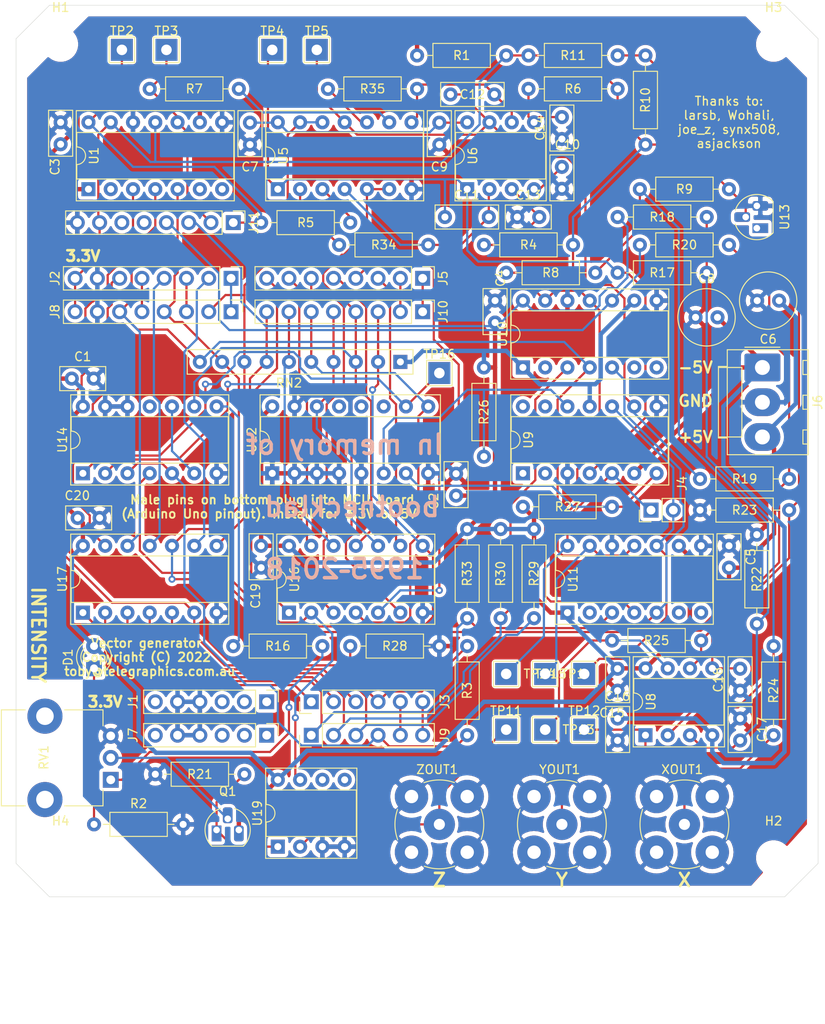
<source format=kicad_pcb>
(kicad_pcb (version 20171130) (host pcbnew "(5.1.10-1-10_14)")
  (layers (0 F.Cu signal) (31 B.Cu signal hide) (36 B.SilkS user) (37 F.SilkS user) (38 B.Mask user) (39 F.Mask user) (44 Edge.Cuts user))
  (net 0 "")
  (net 1 "Net-(J1-Pad6)")
  (net 2 GND)
  (net 3 "Net-(J1-Pad3)")
  (net 4 +3V3)
  (net 5 "Net-(J1-Pad1)")
  (net 6 "Net-(J11-Pad7)")
  (net 7 "Net-(J2-Pad6)")
  (net 8 "Net-(J2-Pad5)")
  (net 9 "Net-(J2-Pad4)")
  (net 10 "Net-(J2-Pad3)")
  (net 11 "Net-(J2-Pad2)")
  (net 12 "Net-(J2-Pad1)")
  (net 13 "Net-(J3-Pad6)")
  (net 14 "Net-(J3-Pad5)")
  (net 15 "Net-(J3-Pad4)")
  (net 16 "Net-(J3-Pad3)")
  (net 17 "Net-(J3-Pad2)")
  (net 18 "Net-(J3-Pad1)")
  (net 19 "Net-(J5-Pad8)")
  (net 20 "Net-(J5-Pad7)")
  (net 21 "Net-(J5-Pad6)")
  (net 22 "Net-(J5-Pad5)")
  (net 23 "Net-(J5-Pad4)")
  (net 24 "Net-(J5-Pad3)")
  (net 25 "Net-(J10-Pad2)")
  (net 26 "Net-(J10-Pad1)")
  (net 27 +5V)
  (net 28 -5V)
  (net 29 "Net-(J7-Pad6)")
  (net 30 "Net-(J7-Pad3)")
  (net 31 "Net-(J7-Pad2)")
  (net 32 "Net-(J7-Pad1)")
  (net 33 "Net-(J8-Pad6)")
  (net 34 "Net-(J8-Pad4)")
  (net 35 "Net-(J8-Pad2)")
  (net 36 "Net-(J9-Pad4)")
  (net 37 "Net-(J9-Pad3)")
  (net 38 "Net-(J9-Pad2)")
  (net 39 "Net-(J9-Pad1)")
  (net 40 "Net-(J10-Pad8)")
  (net 41 "Net-(J10-Pad7)")
  (net 42 "Net-(J10-Pad6)")
  (net 43 "Net-(J10-Pad5)")
  (net 44 "Net-(J10-Pad4)")
  (net 45 "Net-(J10-Pad3)")
  (net 46 "Net-(Q1-Pad1)")
  (net 47 "Net-(Q1-Pad2)")
  (net 48 "Net-(J11-Pad1)")
  (net 49 "Net-(J11-Pad2)")
  (net 50 "Net-(C11-Pad1)")
  (net 51 "Net-(C12-Pad1)")
  (net 52 "Net-(J11-Pad3)")
  (net 53 "Net-(J11-Pad4)")
  (net 54 "Net-(TP11-Pad1)")
  (net 55 "Net-(R24-Pad1)")
  (net 56 "Net-(R25-Pad1)")
  (net 57 "Net-(J11-Pad5)")
  (net 58 "Net-(J11-Pad6)")
  (net 59 "Net-(TP16-Pad1)")
  (net 60 "Net-(C7-Pad2)")
  (net 61 "Net-(C10-Pad1)")
  (net 62 "Net-(C11-Pad2)")
  (net 63 "Net-(C12-Pad2)")
  (net 64 "Net-(R5-Pad1)")
  (net 65 "Net-(R7-Pad1)")
  (net 66 "Net-(R16-Pad2)")
  (net 67 "Net-(R16-Pad1)")
  (net 68 "Net-(R17-Pad1)")
  (net 69 "Net-(R19-Pad1)")
  (net 70 "Net-(R26-Pad1)")
  (net 71 "Net-(R27-Pad1)")
  (net 72 "Net-(R34-Pad2)")
  (net 73 "Net-(R35-Pad2)")
  (net 74 "Net-(U1-Pad7)")
  (net 75 "Net-(U1-Pad6)")
  (net 76 "Net-(U1-Pad2)")
  (net 77 "Net-(U9-Pad2)")
  (net 78 "Net-(U9-Pad1)")
  (net 79 "Net-(U10-Pad7)")
  (net 80 "Net-(U10-Pad6)")
  (net 81 "Net-(U10-Pad2)")
  (net 82 "Net-(U11-Pad7)")
  (net 83 "Net-(U11-Pad6)")
  (net 84 "Net-(U11-Pad2)")
  (net 85 "Net-(U12-Pad13)")
  (net 86 "Net-(U12-Pad12)")
  (net 87 "Net-(U12-Pad11)")
  (net 88 "Net-(U13-Pad1)")
  (net 89 "Net-(U14-Pad10)")
  (net 90 "Net-(U9-Pad14)")
  (net 91 "Net-(U9-Pad13)")
  (net 92 "Net-(U14-Pad11)")
  (net 93 "Net-(J4-Pad1)")
  (net 94 "Net-(J4-Pad2)")
  (net 95 "Net-(D1-Pad1)")
  (net 96 "Net-(C13-Pad2)")
  (net 97 "Net-(C14-Pad2)")
  (net 98 "Net-(C17-Pad2)")
  (net 99 "Net-(C18-Pad2)")
  (module Resistor_THT:R_Axial_DIN0207_L6.3mm_D2.5mm_P10.16mm_Horizontal (layer F.Cu) (at 25.4 3.81 270)
    (fp_text reference R22 (at 5.08 0 90) (layer F.SilkS))
    (fp_text value 15k)
    (pad 2 thru_hole oval (at 10.16 0 270) (size 1.6 1.6) (drill 0.8) (layers *.Cu *.Mask) (net 98 "Net-(C17-Pad2)"))
    (pad 1 thru_hole circle (at 0 0 270) (size 1.6 1.6) (drill 0.8) (layers *.Cu *.Mask) (net 2 GND))
  )
  (module Capacitor_THT:C_Disc_D5.0mm_W2.5mm_P2.50mm (layer F.Cu) (at 9.525 21.59 90)
    (fp_text reference C15 (at -2.54 -0.635 180) (layer F.SilkS))
    (fp_text value 1u)
    (pad 2 thru_hole circle (at 2.5 0 90) (size 1.6 1.6) (drill 0.8) (layers *.Cu *.Mask) (net 27 +5V))
    (pad 1 thru_hole circle (at 0 0 90) (size 1.6 1.6) (drill 0.8) (layers *.Cu *.Mask) (net 2 GND))
  )
  (module Resistor_THT:R_Axial_DIN0207_L6.3mm_D2.5mm_P10.16mm_Horizontal (layer F.Cu) (at 19.685 -26.035 180)
    (fp_text reference R17 (at 5.08 0) (layer F.SilkS))
    (fp_text value 33k)
    (pad 2 thru_hole oval (at 10.16 0 180) (size 1.6 1.6) (drill 0.8) (layers *.Cu *.Mask) (net 50 "Net-(C11-Pad1)"))
    (pad 1 thru_hole circle (at 0 0 180) (size 1.6 1.6) (drill 0.8) (layers *.Cu *.Mask) (net 68 "Net-(R17-Pad1)"))
  )
  (module Resistor_THT:R_Axial_DIN0207_L6.3mm_D2.5mm_P10.16mm_Horizontal (layer F.Cu) (at 8.89 15.875)
    (fp_text reference R25 (at 5.08 0) (layer F.SilkS))
    (fp_text value 15k)
    (pad 2 thru_hole oval (at 10.16 0) (size 1.6 1.6) (drill 0.8) (layers *.Cu *.Mask) (net 69 "Net-(R19-Pad1)"))
    (pad 1 thru_hole circle (at 0 0) (size 1.6 1.6) (drill 0.8) (layers *.Cu *.Mask) (net 56 "Net-(R25-Pad1)"))
  )
  (module Package_DIP:DIP-8_W7.62mm_Socket (layer F.Cu) (at -7.62 -35.56 90)
    (fp_text reference U6 (at 3.81 0.635 90) (layer F.SilkS))
    (fp_text value MCP6292)
    (pad 8 thru_hole oval (at 7.62 0 90) (size 1.6 1.6) (drill 0.8) (layers *.Cu *.Mask) (net 60 "Net-(C7-Pad2)"))
    (pad 4 thru_hole oval (at 0 7.62 90) (size 1.6 1.6) (drill 0.8) (layers *.Cu *.Mask) (net 61 "Net-(C10-Pad1)"))
    (pad 7 thru_hole oval (at 7.62 2.54 90) (size 1.6 1.6) (drill 0.8) (layers *.Cu *.Mask) (net 51 "Net-(C12-Pad1)"))
    (pad 3 thru_hole oval (at 0 5.08 90) (size 1.6 1.6) (drill 0.8) (layers *.Cu *.Mask) (net 96 "Net-(C13-Pad2)"))
    (pad 6 thru_hole oval (at 7.62 5.08 90) (size 1.6 1.6) (drill 0.8) (layers *.Cu *.Mask) (net 63 "Net-(C12-Pad2)"))
    (pad 2 thru_hole oval (at 0 2.54 90) (size 1.6 1.6) (drill 0.8) (layers *.Cu *.Mask) (net 62 "Net-(C11-Pad2)"))
    (pad 5 thru_hole oval (at 7.62 7.62 90) (size 1.6 1.6) (drill 0.8) (layers *.Cu *.Mask) (net 97 "Net-(C14-Pad2)"))
    (pad 1 thru_hole rect (at 0 0 90) (size 1.6 1.6) (drill 0.8) (layers *.Cu *.Mask) (net 50 "Net-(C11-Pad1)"))
  )
  (module Capacitor_THT:C_Disc_D5.0mm_W2.5mm_P2.50mm (layer F.Cu) (at 3.175 -38.1 270)
    (fp_text reference C10 (at -2.54 -0.635 180) (layer F.SilkS))
    (fp_text value 1u)
    (pad 2 thru_hole circle (at 2.5 0 270) (size 1.6 1.6) (drill 0.8) (layers *.Cu *.Mask) (net 2 GND))
    (pad 1 thru_hole circle (at 0 0 270) (size 1.6 1.6) (drill 0.8) (layers *.Cu *.Mask) (net 61 "Net-(C10-Pad1)"))
  )
  (module Capacitor_THT:C_Disc_D5.0mm_W2.5mm_P2.50mm (layer F.Cu) (at 23.495 21.59 90)
    (fp_text reference C18 (at 1.25 -2.5 90) (layer F.SilkS))
    (fp_text value .1u)
    (pad 2 thru_hole circle (at 2.5 0 90) (size 1.6 1.6) (drill 0.8) (layers *.Cu *.Mask) (net 99 "Net-(C18-Pad2)"))
    (pad 1 thru_hole circle (at 0 0 90) (size 1.6 1.6) (drill 0.8) (layers *.Cu *.Mask) (net 2 GND))
  )
  (module Capacitor_THT:C_Disc_D5.0mm_W2.5mm_P2.50mm (layer F.Cu) (at 23.495 24.765 270)
    (fp_text reference C17 (at 1.25 -2.5 90) (layer F.SilkS))
    (fp_text value .1u)
    (pad 2 thru_hole circle (at 2.5 0 270) (size 1.6 1.6) (drill 0.8) (layers *.Cu *.Mask) (net 98 "Net-(C17-Pad2)"))
    (pad 1 thru_hole circle (at 0 0 270) (size 1.6 1.6) (drill 0.8) (layers *.Cu *.Mask) (net 2 GND))
  )
  (module Capacitor_THT:C_Disc_D5.0mm_W2.5mm_P2.50mm (layer F.Cu) (at 3.175 -41.275 90)
    (fp_text reference C14 (at 1.25 -2.5 90) (layer F.SilkS))
    (fp_text value .1u)
    (pad 2 thru_hole circle (at 2.5 0 90) (size 1.6 1.6) (drill 0.8) (layers *.Cu *.Mask) (net 97 "Net-(C14-Pad2)"))
    (pad 1 thru_hole circle (at 0 0 90) (size 1.6 1.6) (drill 0.8) (layers *.Cu *.Mask) (net 2 GND))
  )
  (module Capacitor_THT:C_Disc_D5.0mm_W2.5mm_P2.50mm (layer F.Cu) (at -1.905 -32.385)
    (fp_text reference C13 (at 1.25 -2.5) (layer F.SilkS))
    (fp_text value .1u)
    (pad 2 thru_hole circle (at 2.5 0) (size 1.6 1.6) (drill 0.8) (layers *.Cu *.Mask) (net 96 "Net-(C13-Pad2)"))
    (pad 1 thru_hole circle (at 0 0) (size 1.6 1.6) (drill 0.8) (layers *.Cu *.Mask) (net 2 GND))
  )
  (module Capacitor_THT:C_Radial_D6.3mm_H7.0mm_P2.50mm (layer F.Cu) (at 18.415 -20.955)
    (fp_text reference C8 (at 1.25 -4.4) (layer F.SilkS))
    (fp_text value 100u)
    (pad 2 thru_hole circle (at 2.5 0) (size 1.6 1.6) (drill 0.8) (layers *.Cu *.Mask) (net 28 -5V))
    (pad 1 thru_hole circle (at 0 0) (size 1.6 1.6) (drill 0.8) (layers *.Cu *.Mask) (net 2 GND))
  )
  (module Capacitor_THT:C_Radial_D6.3mm_H7.0mm_P2.50mm (layer F.Cu) (at 27.94 -22.86 180)
    (fp_text reference C6 (at 1.25 -4.4) (layer F.SilkS))
    (fp_text value 100u)
    (pad 2 thru_hole circle (at 2.5 0 180) (size 1.6 1.6) (drill 0.8) (layers *.Cu *.Mask) (net 2 GND))
    (pad 1 thru_hole circle (at 0 0 180) (size 1.6 1.6) (drill 0.8) (layers *.Cu *.Mask) (net 27 +5V))
  )
  (module LED_THT:LED_D3.0mm (layer F.Cu) (at -50.165 19.05 90)
    (fp_text reference D1 (at 1.27 -2.96 90) (layer F.SilkS))
    (fp_text value LED)
    (pad 2 thru_hole circle (at 2.54 0 90) (size 1.8 1.8) (drill 0.9) (layers *.Cu *.Mask) (net 27 +5V))
    (pad 1 thru_hole rect (at 0 0 90) (size 1.8 1.8) (drill 0.9) (layers *.Cu *.Mask) (net 95 "Net-(D1-Pad1)"))
  )
  (module Resistor_THT:R_Axial_DIN0207_L6.3mm_D2.5mm_P10.16mm_Horizontal (layer F.Cu) (at -50.165 36.83)
    (fp_text reference R2 (at 5.08 -2.37) (layer F.SilkS))
    (fp_text value 330)
    (pad 2 thru_hole oval (at 10.16 0) (size 1.6 1.6) (drill 0.8) (layers *.Cu *.Mask) (net 2 GND))
    (pad 1 thru_hole circle (at 0 0) (size 1.6 1.6) (drill 0.8) (layers *.Cu *.Mask) (net 95 "Net-(D1-Pad1)"))
  )
  (module Package_DIP:DIP-8_W7.62mm_Socket (layer F.Cu) (at 12.7 26.67 90)
    (fp_text reference U8 (at 3.81 0.635 90) (layer F.SilkS))
    (fp_text value TL072IP)
    (pad 8 thru_hole oval (at 7.62 0 90) (size 1.6 1.6) (drill 0.8) (layers *.Cu *.Mask) (net 27 +5V))
    (pad 4 thru_hole oval (at 0 7.62 90) (size 1.6 1.6) (drill 0.8) (layers *.Cu *.Mask) (net 28 -5V))
    (pad 7 thru_hole oval (at 7.62 2.54 90) (size 1.6 1.6) (drill 0.8) (layers *.Cu *.Mask) (net 56 "Net-(R25-Pad1)"))
    (pad 3 thru_hole oval (at 0 5.08 90) (size 1.6 1.6) (drill 0.8) (layers *.Cu *.Mask) (net 98 "Net-(C17-Pad2)"))
    (pad 6 thru_hole oval (at 7.62 5.08 90) (size 1.6 1.6) (drill 0.8) (layers *.Cu *.Mask) (net 69 "Net-(R19-Pad1)"))
    (pad 2 thru_hole oval (at 0 2.54 90) (size 1.6 1.6) (drill 0.8) (layers *.Cu *.Mask) (net 68 "Net-(R17-Pad1)"))
    (pad 5 thru_hole oval (at 7.62 7.62 90) (size 1.6 1.6) (drill 0.8) (layers *.Cu *.Mask) (net 99 "Net-(C18-Pad2)"))
    (pad 1 thru_hole rect (at 0 0 90) (size 1.6 1.6) (drill 0.8) (layers *.Cu *.Mask) (net 55 "Net-(R24-Pad1)"))
  )
  (module Package_DIP:DIP-14_W7.62mm_Socket (layer F.Cu) (at 3.81 12.7 90)
    (fp_text reference U11 (at 3.81 0.635 90) (layer F.SilkS))
    (fp_text value MCP4922)
    (pad 14 thru_hole oval (at 7.62 0 90) (size 1.6 1.6) (drill 0.8) (layers *.Cu *.Mask) (net 93 "Net-(J4-Pad1)"))
    (pad 7 thru_hole oval (at 0 15.24 90) (size 1.6 1.6) (drill 0.8) (layers *.Cu *.Mask) (net 82 "Net-(U11-Pad7)"))
    (pad 13 thru_hole oval (at 7.62 2.54 90) (size 1.6 1.6) (drill 0.8) (layers *.Cu *.Mask) (net 6 "Net-(J11-Pad7)"))
    (pad 6 thru_hole oval (at 0 12.7 90) (size 1.6 1.6) (drill 0.8) (layers *.Cu *.Mask) (net 83 "Net-(U11-Pad6)"))
    (pad 12 thru_hole oval (at 7.62 5.08 90) (size 1.6 1.6) (drill 0.8) (layers *.Cu *.Mask) (net 2 GND))
    (pad 5 thru_hole oval (at 0 10.16 90) (size 1.6 1.6) (drill 0.8) (layers *.Cu *.Mask) (net 34 "Net-(J8-Pad4)"))
    (pad 11 thru_hole oval (at 7.62 7.62 90) (size 1.6 1.6) (drill 0.8) (layers *.Cu *.Mask) (net 6 "Net-(J11-Pad7)"))
    (pad 4 thru_hole oval (at 0 7.62 90) (size 1.6 1.6) (drill 0.8) (layers *.Cu *.Mask) (net 33 "Net-(J8-Pad6)"))
    (pad 10 thru_hole oval (at 7.62 10.16 90) (size 1.6 1.6) (drill 0.8) (layers *.Cu *.Mask) (net 94 "Net-(J4-Pad2)"))
    (pad 3 thru_hole oval (at 0 5.08 90) (size 1.6 1.6) (drill 0.8) (layers *.Cu *.Mask) (net 39 "Net-(J9-Pad1)"))
    (pad 9 thru_hole oval (at 7.62 12.7 90) (size 1.6 1.6) (drill 0.8) (layers *.Cu *.Mask) (net 27 +5V))
    (pad 2 thru_hole oval (at 0 2.54 90) (size 1.6 1.6) (drill 0.8) (layers *.Cu *.Mask) (net 84 "Net-(U11-Pad2)"))
    (pad 8 thru_hole oval (at 7.62 15.24 90) (size 1.6 1.6) (drill 0.8) (layers *.Cu *.Mask) (net 2 GND))
    (pad 1 thru_hole rect (at 0 0 90) (size 1.6 1.6) (drill 0.8) (layers *.Cu *.Mask) (net 27 +5V))
  )
  (module MountingHole:MountingHole_3.2mm_M3 (layer F.Cu) (at -53.975 40.64)
    (fp_text reference H4 (at 0 -4.2) (layer F.SilkS))
    (fp_text value MountingHole)
    (pad 1 np_thru_hole circle (at 0 0) (size 3.2 3.2) (drill 3.2) (layers *.Cu *.Mask))
  )
  (module MountingHole:MountingHole_3.2mm_M3 (layer F.Cu) (at 27.305 -52.07)
    (fp_text reference H3 (at 0 -4.2) (layer F.SilkS))
    (fp_text value MountingHole)
    (pad 1 np_thru_hole circle (at 0 0) (size 3.2 3.2) (drill 3.2) (layers *.Cu *.Mask))
  )
  (module MountingHole:MountingHole_3.2mm_M3 (layer F.Cu) (at 27.305 40.64)
    (fp_text reference H2 (at 0 -4.2) (layer F.SilkS))
    (fp_text value MountingHole)
    (pad 1 np_thru_hole circle (at 0 0) (size 3.2 3.2) (drill 3.2) (layers *.Cu *.Mask))
  )
  (module MountingHole:MountingHole_3.2mm_M3 (layer F.Cu) (at -53.975 -52.07)
    (fp_text reference H1 (at 0 -4.2) (layer F.SilkS))
    (fp_text value MountingHole)
    (pad 1 np_thru_hole circle (at 0 0) (size 3.2 3.2) (drill 3.2) (layers *.Cu *.Mask))
  )
  (module Resistor_THT:R_Array_SIP10 (layer F.Cu) (at -15.24 -15.875 180)
    (fp_text reference RN2 (at 12.7 -2.4) (layer F.SilkS))
    (fp_text value R_Network09_US)
    (pad 10 thru_hole oval (at 22.86 0 180) (size 1.6 1.6) (drill 0.8) (layers *.Cu *.Mask) (net 33 "Net-(J8-Pad6)"))
    (pad 9 thru_hole oval (at 20.32 0 180) (size 1.6 1.6) (drill 0.8) (layers *.Cu *.Mask) (net 34 "Net-(J8-Pad4)"))
    (pad 8 thru_hole oval (at 17.78 0 180) (size 1.6 1.6) (drill 0.8) (layers *.Cu *.Mask) (net 35 "Net-(J8-Pad2)"))
    (pad 7 thru_hole oval (at 15.24 0 180) (size 1.6 1.6) (drill 0.8) (layers *.Cu *.Mask) (net 40 "Net-(J10-Pad8)"))
    (pad 6 thru_hole oval (at 12.7 0 180) (size 1.6 1.6) (drill 0.8) (layers *.Cu *.Mask) (net 41 "Net-(J10-Pad7)"))
    (pad 5 thru_hole oval (at 10.16 0 180) (size 1.6 1.6) (drill 0.8) (layers *.Cu *.Mask) (net 42 "Net-(J10-Pad6)"))
    (pad 4 thru_hole oval (at 7.62 0 180) (size 1.6 1.6) (drill 0.8) (layers *.Cu *.Mask) (net 43 "Net-(J10-Pad5)"))
    (pad 3 thru_hole oval (at 5.08 0 180) (size 1.6 1.6) (drill 0.8) (layers *.Cu *.Mask) (net 44 "Net-(J10-Pad4)"))
    (pad 2 thru_hole oval (at 2.54 0 180) (size 1.6 1.6) (drill 0.8) (layers *.Cu *.Mask) (net 45 "Net-(J10-Pad3)"))
    (pad 1 thru_hole rect (at 0 0 180) (size 1.6 1.6) (drill 0.8) (layers *.Cu *.Mask) (net 27 +5V))
  )
  (module TestPoint:TestPoint_THTPad_2.5x2.5mm_Drill1.2mm (layer F.Cu) (at -10.795 -14.605)
    (fp_text reference TP16 (at 0 -2.148) (layer F.SilkS))
    (fp_text value TestPoint)
    (pad 1 thru_hole rect (at 0 0) (size 2.5 2.5) (drill 1.2) (layers *.Cu *.Mask) (net 59 "Net-(TP16-Pad1)"))
  )
  (module Package_DIP:DIP-14_W7.62mm_Socket (layer F.Cu) (at -51.435 12.7 90)
    (fp_text reference U17 (at 3.81 -2.33 90) (layer F.SilkS))
    (fp_text value 74LS07)
    (pad 14 thru_hole oval (at 7.62 0 90) (size 1.6 1.6) (drill 0.8) (layers *.Cu *.Mask) (net 27 +5V))
    (pad 7 thru_hole oval (at 0 15.24 90) (size 1.6 1.6) (drill 0.8) (layers *.Cu *.Mask) (net 2 GND))
    (pad 13 thru_hole oval (at 7.62 2.54 90) (size 1.6 1.6) (drill 0.8) (layers *.Cu *.Mask) (net 7 "Net-(J2-Pad6)"))
    (pad 6 thru_hole oval (at 0 12.7 90) (size 1.6 1.6) (drill 0.8) (layers *.Cu *.Mask) (net 37 "Net-(J9-Pad3)"))
    (pad 12 thru_hole oval (at 7.62 5.08 90) (size 1.6 1.6) (drill 0.8) (layers *.Cu *.Mask) (net 33 "Net-(J8-Pad6)"))
    (pad 5 thru_hole oval (at 0 10.16 90) (size 1.6 1.6) (drill 0.8) (layers *.Cu *.Mask) (net 16 "Net-(J3-Pad3)"))
    (pad 11 thru_hole oval (at 7.62 7.62 90) (size 1.6 1.6) (drill 0.8) (layers *.Cu *.Mask) (net 9 "Net-(J2-Pad4)"))
    (pad 4 thru_hole oval (at 0 7.62 90) (size 1.6 1.6) (drill 0.8) (layers *.Cu *.Mask) (net 38 "Net-(J9-Pad2)"))
    (pad 10 thru_hole oval (at 7.62 10.16 90) (size 1.6 1.6) (drill 0.8) (layers *.Cu *.Mask) (net 34 "Net-(J8-Pad4)"))
    (pad 3 thru_hole oval (at 0 5.08 90) (size 1.6 1.6) (drill 0.8) (layers *.Cu *.Mask) (net 17 "Net-(J3-Pad2)"))
    (pad 9 thru_hole oval (at 7.62 12.7 90) (size 1.6 1.6) (drill 0.8) (layers *.Cu *.Mask) (net 11 "Net-(J2-Pad2)"))
    (pad 2 thru_hole oval (at 0 2.54 90) (size 1.6 1.6) (drill 0.8) (layers *.Cu *.Mask) (net 39 "Net-(J9-Pad1)"))
    (pad 8 thru_hole oval (at 7.62 15.24 90) (size 1.6 1.6) (drill 0.8) (layers *.Cu *.Mask) (net 35 "Net-(J8-Pad2)"))
    (pad 1 thru_hole rect (at 0 0 90) (size 1.6 1.6) (drill 0.8) (layers *.Cu *.Mask) (net 18 "Net-(J3-Pad1)"))
  )
  (module Connector_PinHeader_2.54mm:PinHeader_1x02_P2.54mm_Vertical (layer F.Cu) (at 13.335 1.016 90)
    (fp_text reference J4 (at 3.048 3.556 90) (layer F.SilkS))
    (fp_text value Conn_01x02_Female)
    (pad 2 thru_hole oval (at 0 2.54 90) (size 1.7 1.7) (drill 1) (layers *.Cu *.Mask) (net 94 "Net-(J4-Pad2)"))
    (pad 1 thru_hole rect (at 0 0 90) (size 1.7 1.7) (drill 1) (layers *.Cu *.Mask) (net 93 "Net-(J4-Pad1)"))
  )
  (module Capacitor_THT:C_Rect_L7.0mm_W2.5mm_P5.00mm (layer F.Cu) (at -10.16 -32.385)
    (fp_text reference C11 (at 2.5 -2.5) (layer F.SilkS))
    (fp_text value 10n)
    (pad 2 thru_hole circle (at 5 0) (size 1.6 1.6) (drill 0.8) (layers *.Cu *.Mask) (net 62 "Net-(C11-Pad2)"))
    (pad 1 thru_hole circle (at 0 0) (size 1.6 1.6) (drill 0.8) (layers *.Cu *.Mask) (net 50 "Net-(C11-Pad1)"))
  )
  (module Resistor_THT:R_Axial_DIN0207_L6.3mm_D2.5mm_P10.16mm_Horizontal (layer F.Cu) (at 0 13.335 90)
    (fp_text reference R29 (at 5.08 0 90) (layer F.SilkS))
    (fp_text value 10k)
    (pad 2 thru_hole oval (at 10.16 0 90) (size 1.6 1.6) (drill 0.8) (layers *.Cu *.Mask) (net 27 +5V))
    (pad 1 thru_hole circle (at 0 0 90) (size 1.6 1.6) (drill 0.8) (layers *.Cu *.Mask) (net 37 "Net-(J9-Pad3)"))
  )
  (module Resistor_THT:R_Axial_DIN0207_L6.3mm_D2.5mm_P10.16mm_Horizontal (layer F.Cu) (at -7.62 13.335 90)
    (fp_text reference R33 (at 5.08 0 90) (layer F.SilkS))
    (fp_text value 10k)
    (pad 2 thru_hole oval (at 10.16 0 90) (size 1.6 1.6) (drill 0.8) (layers *.Cu *.Mask) (net 27 +5V))
    (pad 1 thru_hole circle (at 0 0 90) (size 1.6 1.6) (drill 0.8) (layers *.Cu *.Mask) (net 39 "Net-(J9-Pad1)"))
  )
  (module Package_DIP:DIP-14_W7.62mm_Socket (layer F.Cu) (at -29.21 -35.56 90)
    (fp_text reference U5 (at 3.81 0.635 90) (layer F.SilkS))
    (fp_text value 4066)
    (pad 14 thru_hole oval (at 7.62 0 90) (size 1.6 1.6) (drill 0.8) (layers *.Cu *.Mask) (net 60 "Net-(C7-Pad2)"))
    (pad 7 thru_hole oval (at 0 15.24 90) (size 1.6 1.6) (drill 0.8) (layers *.Cu *.Mask) (net 2 GND))
    (pad 13 thru_hole oval (at 7.62 2.54 90) (size 1.6 1.6) (drill 0.8) (layers *.Cu *.Mask) (net 35 "Net-(J8-Pad2)"))
    (pad 6 thru_hole oval (at 0 12.7 90) (size 1.6 1.6) (drill 0.8) (layers *.Cu *.Mask) (net 44 "Net-(J10-Pad4)"))
    (pad 12 thru_hole oval (at 7.62 5.08 90) (size 1.6 1.6) (drill 0.8) (layers *.Cu *.Mask) (net 35 "Net-(J8-Pad2)"))
    (pad 5 thru_hole oval (at 0 10.16 90) (size 1.6 1.6) (drill 0.8) (layers *.Cu *.Mask) (net 44 "Net-(J10-Pad4)"))
    (pad 11 thru_hole oval (at 7.62 7.62 90) (size 1.6 1.6) (drill 0.8) (layers *.Cu *.Mask) (net 51 "Net-(C12-Pad1)"))
    (pad 4 thru_hole oval (at 0 7.62 90) (size 1.6 1.6) (drill 0.8) (layers *.Cu *.Mask) (net 62 "Net-(C11-Pad2)"))
    (pad 10 thru_hole oval (at 7.62 10.16 90) (size 1.6 1.6) (drill 0.8) (layers *.Cu *.Mask) (net 73 "Net-(R35-Pad2)"))
    (pad 3 thru_hole oval (at 0 5.08 90) (size 1.6 1.6) (drill 0.8) (layers *.Cu *.Mask) (net 64 "Net-(R5-Pad1)"))
    (pad 9 thru_hole oval (at 7.62 12.7 90) (size 1.6 1.6) (drill 0.8) (layers *.Cu *.Mask) (net 65 "Net-(R7-Pad1)"))
    (pad 2 thru_hole oval (at 0 2.54 90) (size 1.6 1.6) (drill 0.8) (layers *.Cu *.Mask) (net 72 "Net-(R34-Pad2)"))
    (pad 8 thru_hole oval (at 7.62 15.24 90) (size 1.6 1.6) (drill 0.8) (layers *.Cu *.Mask) (net 63 "Net-(C12-Pad2)"))
    (pad 1 thru_hole rect (at 0 0 90) (size 1.6 1.6) (drill 0.8) (layers *.Cu *.Mask) (net 50 "Net-(C11-Pad1)"))
  )
  (module Package_DIP:DIP-14_W7.62mm_Socket (layer F.Cu) (at -50.8 -35.56 90)
    (fp_text reference U1 (at 3.81 0.635 90) (layer F.SilkS))
    (fp_text value MCP4922)
    (pad 14 thru_hole oval (at 7.62 0 90) (size 1.6 1.6) (drill 0.8) (layers *.Cu *.Mask) (net 48 "Net-(J11-Pad1)"))
    (pad 7 thru_hole oval (at 0 15.24 90) (size 1.6 1.6) (drill 0.8) (layers *.Cu *.Mask) (net 74 "Net-(U1-Pad7)"))
    (pad 13 thru_hole oval (at 7.62 2.54 90) (size 1.6 1.6) (drill 0.8) (layers *.Cu *.Mask) (net 6 "Net-(J11-Pad7)"))
    (pad 6 thru_hole oval (at 0 12.7 90) (size 1.6 1.6) (drill 0.8) (layers *.Cu *.Mask) (net 75 "Net-(U1-Pad6)"))
    (pad 12 thru_hole oval (at 7.62 5.08 90) (size 1.6 1.6) (drill 0.8) (layers *.Cu *.Mask) (net 2 GND))
    (pad 5 thru_hole oval (at 0 10.16 90) (size 1.6 1.6) (drill 0.8) (layers *.Cu *.Mask) (net 34 "Net-(J8-Pad4)"))
    (pad 11 thru_hole oval (at 7.62 7.62 90) (size 1.6 1.6) (drill 0.8) (layers *.Cu *.Mask) (net 6 "Net-(J11-Pad7)"))
    (pad 4 thru_hole oval (at 0 7.62 90) (size 1.6 1.6) (drill 0.8) (layers *.Cu *.Mask) (net 33 "Net-(J8-Pad6)"))
    (pad 10 thru_hole oval (at 7.62 10.16 90) (size 1.6 1.6) (drill 0.8) (layers *.Cu *.Mask) (net 49 "Net-(J11-Pad2)"))
    (pad 3 thru_hole oval (at 0 5.08 90) (size 1.6 1.6) (drill 0.8) (layers *.Cu *.Mask) (net 37 "Net-(J9-Pad3)"))
    (pad 9 thru_hole oval (at 7.62 12.7 90) (size 1.6 1.6) (drill 0.8) (layers *.Cu *.Mask) (net 27 +5V))
    (pad 2 thru_hole oval (at 0 2.54 90) (size 1.6 1.6) (drill 0.8) (layers *.Cu *.Mask) (net 76 "Net-(U1-Pad2)"))
    (pad 8 thru_hole oval (at 7.62 15.24 90) (size 1.6 1.6) (drill 0.8) (layers *.Cu *.Mask) (net 2 GND))
    (pad 1 thru_hole rect (at 0 0 90) (size 1.6 1.6) (drill 0.8) (layers *.Cu *.Mask) (net 27 +5V))
  )
  (module Connector_Coaxial:BNC_TEConnectivity_1478204_Vertical (layer F.Cu) (at -10.795 36.83)
    (fp_text reference ZOUT1 (at -0.25 -6.25) (layer F.SilkS))
    (fp_text value Conn_Coaxial)
    (pad 2 thru_hole circle (at 3.175 3.175) (size 3.81 3.81) (drill 1.524) (layers *.Cu *.Mask) (net 2 GND))
    (pad 2 thru_hole circle (at -3.175 3.175) (size 3.81 3.81) (drill 1.524) (layers *.Cu *.Mask) (net 2 GND))
    (pad 2 thru_hole circle (at 3.175 -3.175) (size 3.81 3.81) (drill 1.524) (layers *.Cu *.Mask) (net 2 GND))
    (pad 1 thru_hole circle (at 0 0) (size 3.556 3.556) (drill 1.27) (layers *.Cu *.Mask) (net 54 "Net-(TP11-Pad1)"))
    (pad 2 thru_hole circle (at -3.175 -3.175) (size 3.81 3.81) (drill 1.524) (layers *.Cu *.Mask) (net 2 GND))
  )
  (module Resistor_THT:R_Axial_DIN0207_L6.3mm_D2.5mm_P10.16mm_Horizontal (layer F.Cu) (at -34.29 16.51)
    (fp_text reference R16 (at 5.08 0) (layer F.SilkS))
    (fp_text value 10k)
    (pad 2 thru_hole oval (at 10.16 0) (size 1.6 1.6) (drill 0.8) (layers *.Cu *.Mask) (net 66 "Net-(R16-Pad2)"))
    (pad 1 thru_hole circle (at 0 0) (size 1.6 1.6) (drill 0.8) (layers *.Cu *.Mask) (net 67 "Net-(R16-Pad1)"))
  )
  (module Capacitor_THT:C_Disc_D5.0mm_W2.5mm_P2.50mm (layer F.Cu) (at -4.445 -22.86 270)
    (fp_text reference C4 (at -2.54 -0.635 90) (layer F.SilkS))
    (fp_text value 1u)
    (pad 2 thru_hole circle (at 2.5 0 270) (size 1.6 1.6) (drill 0.8) (layers *.Cu *.Mask) (net 27 +5V))
    (pad 1 thru_hole circle (at 0 0 270) (size 1.6 1.6) (drill 0.8) (layers *.Cu *.Mask) (net 2 GND))
  )
  (module Package_DIP:DIP-14_W7.62mm_Socket (layer F.Cu) (at -51.435 -3.175 90)
    (fp_text reference U14 (at 3.81 -2.33 90) (layer F.SilkS))
    (fp_text value 74HC86)
    (pad 14 thru_hole oval (at 7.62 0 90) (size 1.6 1.6) (drill 0.8) (layers *.Cu *.Mask) (net 27 +5V))
    (pad 7 thru_hole oval (at 0 15.24 90) (size 1.6 1.6) (drill 0.8) (layers *.Cu *.Mask) (net 2 GND))
    (pad 13 thru_hole oval (at 7.62 2.54 90) (size 1.6 1.6) (drill 0.8) (layers *.Cu *.Mask) (net 2 GND))
    (pad 6 thru_hole oval (at 0 12.7 90) (size 1.6 1.6) (drill 0.8) (layers *.Cu *.Mask) (net 89 "Net-(U14-Pad10)"))
    (pad 12 thru_hole oval (at 7.62 5.08 90) (size 1.6 1.6) (drill 0.8) (layers *.Cu *.Mask) (net 2 GND))
    (pad 5 thru_hole oval (at 0 10.16 90) (size 1.6 1.6) (drill 0.8) (layers *.Cu *.Mask) (net 36 "Net-(J9-Pad4)"))
    (pad 11 thru_hole oval (at 7.62 7.62 90) (size 1.6 1.6) (drill 0.8) (layers *.Cu *.Mask) (net 92 "Net-(U14-Pad11)"))
    (pad 4 thru_hole oval (at 0 7.62 90) (size 1.6 1.6) (drill 0.8) (layers *.Cu *.Mask) (net 45 "Net-(J10-Pad3)"))
    (pad 10 thru_hole oval (at 7.62 10.16 90) (size 1.6 1.6) (drill 0.8) (layers *.Cu *.Mask) (net 89 "Net-(U14-Pad10)"))
    (pad 3 thru_hole oval (at 0 5.08 90) (size 1.6 1.6) (drill 0.8) (layers *.Cu *.Mask) (net 36 "Net-(J9-Pad4)"))
    (pad 9 thru_hole oval (at 7.62 12.7 90) (size 1.6 1.6) (drill 0.8) (layers *.Cu *.Mask) (net 44 "Net-(J10-Pad4)"))
    (pad 2 thru_hole oval (at 0 2.54 90) (size 1.6 1.6) (drill 0.8) (layers *.Cu *.Mask) (net 41 "Net-(J10-Pad7)"))
    (pad 8 thru_hole oval (at 7.62 15.24 90) (size 1.6 1.6) (drill 0.8) (layers *.Cu *.Mask) (net 67 "Net-(R16-Pad1)"))
    (pad 1 thru_hole rect (at 0 0 90) (size 1.6 1.6) (drill 0.8) (layers *.Cu *.Mask) (net 59 "Net-(TP16-Pad1)"))
  )
  (module Resistor_THT:R_Axial_DIN0207_L6.3mm_D2.5mm_P10.16mm_Horizontal (layer F.Cu) (at 8.89 0.635 180)
    (fp_text reference R27 (at 5.08 0) (layer F.SilkS))
    (fp_text value 2.2k)
    (pad 2 thru_hole oval (at 10.16 0 180) (size 1.6 1.6) (drill 0.8) (layers *.Cu *.Mask) (net 27 +5V))
    (pad 1 thru_hole circle (at 0 0 180) (size 1.6 1.6) (drill 0.8) (layers *.Cu *.Mask) (net 71 "Net-(R27-Pad1)"))
  )
  (module Resistor_THT:R_Axial_DIN0207_L6.3mm_D2.5mm_P10.16mm_Horizontal (layer F.Cu) (at -5.715 -5.08 90)
    (fp_text reference R26 (at 5.08 0 90) (layer F.SilkS))
    (fp_text value 2.2k)
    (pad 2 thru_hole oval (at 10.16 0 90) (size 1.6 1.6) (drill 0.8) (layers *.Cu *.Mask) (net 27 +5V))
    (pad 1 thru_hole circle (at 0 0 90) (size 1.6 1.6) (drill 0.8) (layers *.Cu *.Mask) (net 70 "Net-(R26-Pad1)"))
  )
  (module TestPoint:TestPoint_THTPad_2.5x2.5mm_Drill1.2mm (layer F.Cu) (at -3.175 19.685)
    (fp_text reference TP14 (at 3.81 0) (layer F.SilkS))
    (fp_text value TestPoint)
    (pad 1 thru_hole rect (at 0 0) (size 2.5 2.5) (drill 1.2) (layers *.Cu *.Mask) (net 93 "Net-(J4-Pad1)"))
  )
  (module Resistor_THT:R_Axial_DIN0207_L6.3mm_D2.5mm_P10.16mm_Horizontal (layer F.Cu) (at -12.065 -29.21 180)
    (fp_text reference R34 (at 5.08 0) (layer F.SilkS))
    (fp_text value 47)
    (pad 2 thru_hole oval (at 10.16 0 180) (size 1.6 1.6) (drill 0.8) (layers *.Cu *.Mask) (net 72 "Net-(R34-Pad2)"))
    (pad 1 thru_hole circle (at 0 0 180) (size 1.6 1.6) (drill 0.8) (layers *.Cu *.Mask) (net 62 "Net-(C11-Pad2)"))
  )
  (module Package_DIP:DIP-14_W7.62mm_Socket (layer F.Cu) (at -1.27 -3.175 90)
    (fp_text reference U9 (at 3.81 0.635 90) (layer F.SilkS))
    (fp_text value LM319)
    (pad 14 thru_hole oval (at 7.62 0 90) (size 1.6 1.6) (drill 0.8) (layers *.Cu *.Mask) (net 90 "Net-(U9-Pad14)"))
    (pad 7 thru_hole oval (at 0 15.24 90) (size 1.6 1.6) (drill 0.8) (layers *.Cu *.Mask) (net 71 "Net-(R27-Pad1)"))
    (pad 13 thru_hole oval (at 7.62 2.54 90) (size 1.6 1.6) (drill 0.8) (layers *.Cu *.Mask) (net 91 "Net-(U9-Pad13)"))
    (pad 6 thru_hole oval (at 0 12.7 90) (size 1.6 1.6) (drill 0.8) (layers *.Cu *.Mask) (net 28 -5V))
    (pad 12 thru_hole oval (at 7.62 5.08 90) (size 1.6 1.6) (drill 0.8) (layers *.Cu *.Mask) (net 70 "Net-(R26-Pad1)"))
    (pad 5 thru_hole oval (at 0 10.16 90) (size 1.6 1.6) (drill 0.8) (layers *.Cu *.Mask) (net 93 "Net-(J4-Pad1)"))
    (pad 11 thru_hole oval (at 7.62 7.62 90) (size 1.6 1.6) (drill 0.8) (layers *.Cu *.Mask) (net 27 +5V))
    (pad 4 thru_hole oval (at 0 7.62 90) (size 1.6 1.6) (drill 0.8) (layers *.Cu *.Mask) (net 50 "Net-(C11-Pad1)"))
    (pad 10 thru_hole oval (at 7.62 10.16 90) (size 1.6 1.6) (drill 0.8) (layers *.Cu *.Mask) (net 94 "Net-(J4-Pad2)"))
    (pad 3 thru_hole oval (at 0 5.08 90) (size 1.6 1.6) (drill 0.8) (layers *.Cu *.Mask) (net 2 GND))
    (pad 9 thru_hole oval (at 7.62 12.7 90) (size 1.6 1.6) (drill 0.8) (layers *.Cu *.Mask) (net 51 "Net-(C12-Pad1)"))
    (pad 2 thru_hole oval (at 0 2.54 90) (size 1.6 1.6) (drill 0.8) (layers *.Cu *.Mask) (net 77 "Net-(U9-Pad2)"))
    (pad 8 thru_hole oval (at 7.62 15.24 90) (size 1.6 1.6) (drill 0.8) (layers *.Cu *.Mask) (net 2 GND))
    (pad 1 thru_hole rect (at 0 0 90) (size 1.6 1.6) (drill 0.8) (layers *.Cu *.Mask) (net 78 "Net-(U9-Pad1)"))
  )
  (module Resistor_THT:R_Axial_DIN0207_L6.3mm_D2.5mm_P10.16mm_Horizontal (layer F.Cu) (at 22.225 -29.21 180)
    (fp_text reference R20 (at 5.08 0) (layer F.SilkS))
    (fp_text value 33k)
    (pad 2 thru_hole oval (at 10.16 0 180) (size 1.6 1.6) (drill 0.8) (layers *.Cu *.Mask) (net 53 "Net-(J11-Pad4)"))
    (pad 1 thru_hole circle (at 0 0 180) (size 1.6 1.6) (drill 0.8) (layers *.Cu *.Mask) (net 69 "Net-(R19-Pad1)"))
  )
  (module Capacitor_THT:C_Disc_D5.0mm_W2.5mm_P2.50mm (layer F.Cu) (at -10.795 -40.64 90)
    (fp_text reference C9 (at -2.54 0 180) (layer F.SilkS))
    (fp_text value 1u)
    (pad 2 thru_hole circle (at 2.5 0 90) (size 1.6 1.6) (drill 0.8) (layers *.Cu *.Mask) (net 60 "Net-(C7-Pad2)"))
    (pad 1 thru_hole circle (at 0 0 90) (size 1.6 1.6) (drill 0.8) (layers *.Cu *.Mask) (net 2 GND))
  )
  (module Resistor_THT:R_Axial_DIN0207_L6.3mm_D2.5mm_P10.16mm_Horizontal (layer F.Cu) (at 29.083 -2.54 180)
    (fp_text reference R19 (at 5.08 0) (layer F.SilkS))
    (fp_text value 33k)
    (pad 2 thru_hole oval (at 10.16 0 180) (size 1.6 1.6) (drill 0.8) (layers *.Cu *.Mask) (net 51 "Net-(C12-Pad1)"))
    (pad 1 thru_hole circle (at 0 0 180) (size 1.6 1.6) (drill 0.8) (layers *.Cu *.Mask) (net 69 "Net-(R19-Pad1)"))
  )
  (module Resistor_THT:R_Axial_DIN0207_L6.3mm_D2.5mm_P10.16mm_Horizontal (layer F.Cu) (at 9.525 -50.8 180)
    (fp_text reference R11 (at 5.08 0) (layer F.SilkS))
    (fp_text value 33k)
    (pad 2 thru_hole oval (at 10.16 0 180) (size 1.6 1.6) (drill 0.8) (layers *.Cu *.Mask) (net 6 "Net-(J11-Pad7)"))
    (pad 1 thru_hole circle (at 0 0 180) (size 1.6 1.6) (drill 0.8) (layers *.Cu *.Mask) (net 99 "Net-(C18-Pad2)"))
  )
  (module Capacitor_THT:C_Disc_D5.0mm_W2.5mm_P2.50mm (layer F.Cu) (at 22.225 5.08 270)
    (fp_text reference C5 (at 1.25 -2.5 90) (layer F.SilkS))
    (fp_text value 1u)
    (pad 2 thru_hole circle (at 2.5 0 270) (size 1.6 1.6) (drill 0.8) (layers *.Cu *.Mask) (net 27 +5V))
    (pad 1 thru_hole circle (at 0 0 270) (size 1.6 1.6) (drill 0.8) (layers *.Cu *.Mask) (net 2 GND))
  )
  (module Capacitor_THT:C_Disc_D5.0mm_W2.5mm_P2.50mm (layer F.Cu) (at -53.975 -43.18 270)
    (fp_text reference C3 (at 5.08 0.635 90) (layer F.SilkS))
    (fp_text value 1u)
    (pad 2 thru_hole circle (at 2.5 0 270) (size 1.6 1.6) (drill 0.8) (layers *.Cu *.Mask) (net 27 +5V))
    (pad 1 thru_hole circle (at 0 0 270) (size 1.6 1.6) (drill 0.8) (layers *.Cu *.Mask) (net 2 GND))
  )
  (module Capacitor_THT:C_Disc_D5.0mm_W2.5mm_P2.50mm (layer F.Cu) (at -32.385 -40.64 90)
    (fp_text reference C7 (at -2.54 0 180) (layer F.SilkS))
    (fp_text value 1u)
    (pad 2 thru_hole circle (at 2.5 0 90) (size 1.6 1.6) (drill 0.8) (layers *.Cu *.Mask) (net 60 "Net-(C7-Pad2)"))
    (pad 1 thru_hole circle (at 0 0 90) (size 1.6 1.6) (drill 0.8) (layers *.Cu *.Mask) (net 2 GND))
  )
  (module Package_TO_SOT_THT:TO-92_HandSolder (layer F.Cu) (at -36.195 37.465)
    (fp_text reference Q1 (at 1.27 -4.4) (layer F.SilkS))
    (fp_text value 2N3904)
    (pad 1 thru_hole rect (at 0 0) (size 1.1 1.8) (drill 0.75 (offset 0 0.4)) (layers *.Cu *.Mask) (net 46 "Net-(Q1-Pad1)"))
    (pad 3 thru_hole roundrect (at 2.54 0) (size 1.1 1.8) (drill 0.75 (offset 0 0.4)) (layers *.Cu *.Mask) (net 27 +5V))
    (pad 2 thru_hole roundrect (at 1.27 -1.27) (size 1.1 1.8) (drill 0.75 (offset 0 -0.4)) (layers *.Cu *.Mask) (net 47 "Net-(Q1-Pad2)"))
  )
  (module Package_DIP:DIP-8_W7.62mm_Socket (layer F.Cu) (at -29.21 39.37 90)
    (fp_text reference U19 (at 3.81 -2.33 90) (layer F.SilkS))
    (fp_text value MAX4544)
    (pad 8 thru_hole oval (at 7.62 0 90) (size 1.6 1.6) (drill 0.8) (layers *.Cu *.Mask) (net 27 +5V))
    (pad 4 thru_hole oval (at 0 7.62 90) (size 1.6 1.6) (drill 0.8) (layers *.Cu *.Mask) (net 2 GND))
    (pad 7 thru_hole oval (at 7.62 2.54 90) (size 1.6 1.6) (drill 0.8) (layers *.Cu *.Mask) (net 40 "Net-(J10-Pad8)"))
    (pad 3 thru_hole oval (at 0 5.08 90) (size 1.6 1.6) (drill 0.8) (layers *.Cu *.Mask) (net 2 GND))
    (pad 6 thru_hole oval (at 7.62 5.08 90) (size 1.6 1.6) (drill 0.8) (layers *.Cu *.Mask))
    (pad 2 thru_hole oval (at 0 2.54 90) (size 1.6 1.6) (drill 0.8) (layers *.Cu *.Mask) (net 54 "Net-(TP11-Pad1)"))
    (pad 5 thru_hole oval (at 7.62 7.62 90) (size 1.6 1.6) (drill 0.8) (layers *.Cu *.Mask))
    (pad 1 thru_hole rect (at 0 0 90) (size 1.6 1.6) (drill 0.8) (layers *.Cu *.Mask) (net 46 "Net-(Q1-Pad1)"))
  )
  (module Potentiometer_THT:Potentiometer_TT_P0915N (layer F.Cu) (at -48.26 31.75 90)
    (fp_text reference RV1 (at 2.54 -7.62 90) (layer F.SilkS))
    (fp_text value 10k)
    (pad 1 thru_hole rect (at 0 0 90) (size 1.8 1.8) (drill 1) (layers *.Cu *.Mask) (net 66 "Net-(R16-Pad2)"))
    (pad 2 thru_hole circle (at 2.5 0 90) (size 1.8 1.8) (drill 1) (layers *.Cu *.Mask) (net 47 "Net-(Q1-Pad2)"))
    (pad 3 thru_hole circle (at 5 0 90) (size 1.8 1.8) (drill 1) (layers *.Cu *.Mask) (net 2 GND))
    (pad "" thru_hole oval (at -2.25 -7.5 90) (size 4 4) (drill 2) (layers *.Cu *.Mask))
    (pad "" thru_hole oval (at 7.25 -7.5 90) (size 4 4) (drill 2) (layers *.Cu *.Mask))
  )
  (module Connector_Molex:Molex_KK-396_A-41791-0003_1x03_P3.96mm_Vertical (layer F.Cu) (at 26.035 -15.24 270)
    (fp_text reference J6 (at 3.96 -6.31 90) (layer F.SilkS))
    (fp_text value Conn_01x03)
    (pad 3 thru_hole oval (at 7.92 0 270) (size 3.16 4.1) (drill 1.7) (layers *.Cu *.Mask) (net 27 +5V))
    (pad 2 thru_hole oval (at 3.96 0 270) (size 3.16 4.1) (drill 1.7) (layers *.Cu *.Mask) (net 2 GND))
    (pad 1 thru_hole roundrect (at 0 0 270) (size 3.16 4.1) (drill 1.7) (layers *.Cu *.Mask) (roundrect_rratio 0.079114) (net 28 -5V))
  )
  (module Connector_Coaxial:BNC_TEConnectivity_1478204_Vertical (layer F.Cu) (at 3.175 36.83)
    (fp_text reference YOUT1 (at -0.25 -6.25) (layer F.SilkS))
    (fp_text value Conn_Coaxial)
    (pad 2 thru_hole circle (at 3.175 3.175) (size 3.81 3.81) (drill 1.524) (layers *.Cu *.Mask) (net 2 GND))
    (pad 2 thru_hole circle (at -3.175 3.175) (size 3.81 3.81) (drill 1.524) (layers *.Cu *.Mask) (net 2 GND))
    (pad 2 thru_hole circle (at 3.175 -3.175) (size 3.81 3.81) (drill 1.524) (layers *.Cu *.Mask) (net 2 GND))
    (pad 1 thru_hole circle (at 0 0) (size 3.556 3.556) (drill 1.27) (layers *.Cu *.Mask) (net 56 "Net-(R25-Pad1)"))
    (pad 2 thru_hole circle (at -3.175 -3.175) (size 3.81 3.81) (drill 1.524) (layers *.Cu *.Mask) (net 2 GND))
  )
  (module Connector_Coaxial:BNC_TEConnectivity_1478204_Vertical (layer F.Cu) (at 17.145 36.83)
    (fp_text reference XOUT1 (at -0.25 -6.25) (layer F.SilkS))
    (fp_text value Conn_Coaxial)
    (pad 2 thru_hole circle (at 3.175 3.175) (size 3.81 3.81) (drill 1.524) (layers *.Cu *.Mask) (net 2 GND))
    (pad 2 thru_hole circle (at -3.175 3.175) (size 3.81 3.81) (drill 1.524) (layers *.Cu *.Mask) (net 2 GND))
    (pad 2 thru_hole circle (at 3.175 -3.175) (size 3.81 3.81) (drill 1.524) (layers *.Cu *.Mask) (net 2 GND))
    (pad 1 thru_hole circle (at 0 0) (size 3.556 3.556) (drill 1.27) (layers *.Cu *.Mask) (net 55 "Net-(R24-Pad1)"))
    (pad 2 thru_hole circle (at -3.175 -3.175) (size 3.81 3.81) (drill 1.524) (layers *.Cu *.Mask) (net 2 GND))
  )
  (module Package_DIP:DIP-14_W7.62mm_Socket (layer F.Cu) (at -27.94 12.7 90)
    (fp_text reference U16 (at 3.81 0.635 90) (layer F.SilkS))
    (fp_text value 74LS07)
    (pad 14 thru_hole oval (at 7.62 0 90) (size 1.6 1.6) (drill 0.8) (layers *.Cu *.Mask) (net 27 +5V))
    (pad 7 thru_hole oval (at 0 15.24 90) (size 1.6 1.6) (drill 0.8) (layers *.Cu *.Mask) (net 2 GND))
    (pad 13 thru_hole oval (at 7.62 2.54 90) (size 1.6 1.6) (drill 0.8) (layers *.Cu *.Mask) (net 20 "Net-(J5-Pad7)"))
    (pad 6 thru_hole oval (at 0 12.7 90) (size 1.6 1.6) (drill 0.8) (layers *.Cu *.Mask) (net 44 "Net-(J10-Pad4)"))
    (pad 12 thru_hole oval (at 7.62 5.08 90) (size 1.6 1.6) (drill 0.8) (layers *.Cu *.Mask) (net 41 "Net-(J10-Pad7)"))
    (pad 5 thru_hole oval (at 0 10.16 90) (size 1.6 1.6) (drill 0.8) (layers *.Cu *.Mask) (net 23 "Net-(J5-Pad4)"))
    (pad 11 thru_hole oval (at 7.62 7.62 90) (size 1.6 1.6) (drill 0.8) (layers *.Cu *.Mask) (net 22 "Net-(J5-Pad5)"))
    (pad 4 thru_hole oval (at 0 7.62 90) (size 1.6 1.6) (drill 0.8) (layers *.Cu *.Mask) (net 42 "Net-(J10-Pad6)"))
    (pad 10 thru_hole oval (at 7.62 10.16 90) (size 1.6 1.6) (drill 0.8) (layers *.Cu *.Mask) (net 43 "Net-(J10-Pad5)"))
    (pad 3 thru_hole oval (at 0 5.08 90) (size 1.6 1.6) (drill 0.8) (layers *.Cu *.Mask) (net 21 "Net-(J5-Pad6)"))
    (pad 9 thru_hole oval (at 7.62 12.7 90) (size 1.6 1.6) (drill 0.8) (layers *.Cu *.Mask) (net 24 "Net-(J5-Pad3)"))
    (pad 2 thru_hole oval (at 0 2.54 90) (size 1.6 1.6) (drill 0.8) (layers *.Cu *.Mask) (net 40 "Net-(J10-Pad8)"))
    (pad 8 thru_hole oval (at 7.62 15.24 90) (size 1.6 1.6) (drill 0.8) (layers *.Cu *.Mask) (net 45 "Net-(J10-Pad3)"))
    (pad 1 thru_hole rect (at 0 0 90) (size 1.6 1.6) (drill 0.8) (layers *.Cu *.Mask) (net 19 "Net-(J5-Pad8)"))
  )
  (module Package_TO_SOT_THT:TO-92_HandSolder (layer F.Cu) (at 25.4 -31.115 90)
    (fp_text reference U13 (at 1.27 3.175 90) (layer F.SilkS))
    (fp_text value LM336)
    (pad 1 thru_hole rect (at 0 0 90) (size 1.1 1.8) (drill 0.75 (offset 0 0.4)) (layers *.Cu *.Mask) (net 88 "Net-(U13-Pad1)"))
    (pad 3 thru_hole roundrect (at 2.54 0 90) (size 1.1 1.8) (drill 0.75 (offset 0 0.4)) (layers *.Cu *.Mask) (net 2 GND))
    (pad 2 thru_hole roundrect (at 1.27 -1.27 90) (size 1.1 1.8) (drill 0.75 (offset 0 -0.4)) (layers *.Cu *.Mask) (net 6 "Net-(J11-Pad7)"))
  )
  (module Package_DIP:DIP-16_W7.62mm_Socket (layer F.Cu) (at -29.845 -3.175 90)
    (fp_text reference U12 (at 3.81 -2.33 90) (layer F.SilkS))
    (fp_text value 4019)
    (pad 16 thru_hole oval (at 7.62 0 90) (size 1.6 1.6) (drill 0.8) (layers *.Cu *.Mask) (net 27 +5V))
    (pad 8 thru_hole oval (at 0 17.78 90) (size 1.6 1.6) (drill 0.8) (layers *.Cu *.Mask) (net 2 GND))
    (pad 15 thru_hole oval (at 7.62 2.54 90) (size 1.6 1.6) (drill 0.8) (layers *.Cu *.Mask) (net 2 GND))
    (pad 7 thru_hole oval (at 0 15.24 90) (size 1.6 1.6) (drill 0.8) (layers *.Cu *.Mask) (net 71 "Net-(R27-Pad1)"))
    (pad 14 thru_hole oval (at 7.62 5.08 90) (size 1.6 1.6) (drill 0.8) (layers *.Cu *.Mask) (net 43 "Net-(J10-Pad5)"))
    (pad 6 thru_hole oval (at 0 12.7 90) (size 1.6 1.6) (drill 0.8) (layers *.Cu *.Mask) (net 70 "Net-(R26-Pad1)"))
    (pad 13 thru_hole oval (at 7.62 7.62 90) (size 1.6 1.6) (drill 0.8) (layers *.Cu *.Mask) (net 85 "Net-(U12-Pad13)"))
    (pad 5 thru_hole oval (at 0 10.16 90) (size 1.6 1.6) (drill 0.8) (layers *.Cu *.Mask) (net 2 GND))
    (pad 12 thru_hole oval (at 7.62 10.16 90) (size 1.6 1.6) (drill 0.8) (layers *.Cu *.Mask) (net 86 "Net-(U12-Pad12)"))
    (pad 4 thru_hole oval (at 0 7.62 90) (size 1.6 1.6) (drill 0.8) (layers *.Cu *.Mask) (net 2 GND))
    (pad 11 thru_hole oval (at 7.62 12.7 90) (size 1.6 1.6) (drill 0.8) (layers *.Cu *.Mask) (net 87 "Net-(U12-Pad11)"))
    (pad 3 thru_hole oval (at 0 5.08 90) (size 1.6 1.6) (drill 0.8) (layers *.Cu *.Mask) (net 2 GND))
    (pad 10 thru_hole oval (at 7.62 15.24 90) (size 1.6 1.6) (drill 0.8) (layers *.Cu *.Mask) (net 59 "Net-(TP16-Pad1)"))
    (pad 2 thru_hole oval (at 0 2.54 90) (size 1.6 1.6) (drill 0.8) (layers *.Cu *.Mask) (net 2 GND))
    (pad 9 thru_hole oval (at 7.62 17.78 90) (size 1.6 1.6) (drill 0.8) (layers *.Cu *.Mask) (net 42 "Net-(J10-Pad6)"))
    (pad 1 thru_hole rect (at 0 0 90) (size 1.6 1.6) (drill 0.8) (layers *.Cu *.Mask) (net 2 GND))
  )
  (module Package_DIP:DIP-14_W7.62mm_Socket (layer F.Cu) (at -1.27 -15.24 90)
    (fp_text reference U10 (at 3.81 -2.33 90) (layer F.SilkS))
    (fp_text value MCP4922)
    (pad 14 thru_hole oval (at 7.62 0 90) (size 1.6 1.6) (drill 0.8) (layers *.Cu *.Mask) (net 52 "Net-(J11-Pad3)"))
    (pad 7 thru_hole oval (at 0 15.24 90) (size 1.6 1.6) (drill 0.8) (layers *.Cu *.Mask) (net 79 "Net-(U10-Pad7)"))
    (pad 13 thru_hole oval (at 7.62 2.54 90) (size 1.6 1.6) (drill 0.8) (layers *.Cu *.Mask) (net 6 "Net-(J11-Pad7)"))
    (pad 6 thru_hole oval (at 0 12.7 90) (size 1.6 1.6) (drill 0.8) (layers *.Cu *.Mask) (net 80 "Net-(U10-Pad6)"))
    (pad 12 thru_hole oval (at 7.62 5.08 90) (size 1.6 1.6) (drill 0.8) (layers *.Cu *.Mask) (net 2 GND))
    (pad 5 thru_hole oval (at 0 10.16 90) (size 1.6 1.6) (drill 0.8) (layers *.Cu *.Mask) (net 34 "Net-(J8-Pad4)"))
    (pad 11 thru_hole oval (at 7.62 7.62 90) (size 1.6 1.6) (drill 0.8) (layers *.Cu *.Mask) (net 6 "Net-(J11-Pad7)"))
    (pad 4 thru_hole oval (at 0 7.62 90) (size 1.6 1.6) (drill 0.8) (layers *.Cu *.Mask) (net 33 "Net-(J8-Pad6)"))
    (pad 10 thru_hole oval (at 7.62 10.16 90) (size 1.6 1.6) (drill 0.8) (layers *.Cu *.Mask) (net 53 "Net-(J11-Pad4)"))
    (pad 3 thru_hole oval (at 0 5.08 90) (size 1.6 1.6) (drill 0.8) (layers *.Cu *.Mask) (net 38 "Net-(J9-Pad2)"))
    (pad 9 thru_hole oval (at 7.62 12.7 90) (size 1.6 1.6) (drill 0.8) (layers *.Cu *.Mask) (net 27 +5V))
    (pad 2 thru_hole oval (at 0 2.54 90) (size 1.6 1.6) (drill 0.8) (layers *.Cu *.Mask) (net 81 "Net-(U10-Pad2)"))
    (pad 8 thru_hole oval (at 7.62 15.24 90) (size 1.6 1.6) (drill 0.8) (layers *.Cu *.Mask) (net 2 GND))
    (pad 1 thru_hole rect (at 0 0 90) (size 1.6 1.6) (drill 0.8) (layers *.Cu *.Mask) (net 27 +5V))
  )
  (module Resistor_THT:R_Axial_DIN0207_L6.3mm_D2.5mm_P10.16mm_Horizontal (layer F.Cu) (at -13.335 -46.99 180)
    (fp_text reference R35 (at 5.08 0) (layer F.SilkS))
    (fp_text value 47)
    (pad 2 thru_hole oval (at 10.16 0 180) (size 1.6 1.6) (drill 0.8) (layers *.Cu *.Mask) (net 73 "Net-(R35-Pad2)"))
    (pad 1 thru_hole circle (at 0 0 180) (size 1.6 1.6) (drill 0.8) (layers *.Cu *.Mask) (net 63 "Net-(C12-Pad2)"))
  )
  (module Resistor_THT:R_Axial_DIN0207_L6.3mm_D2.5mm_P10.16mm_Horizontal (layer F.Cu) (at -3.81 13.335 90)
    (fp_text reference R30 (at 5.08 0 90) (layer F.SilkS))
    (fp_text value 10k)
    (pad 2 thru_hole oval (at 10.16 0 90) (size 1.6 1.6) (drill 0.8) (layers *.Cu *.Mask) (net 27 +5V))
    (pad 1 thru_hole circle (at 0 0 90) (size 1.6 1.6) (drill 0.8) (layers *.Cu *.Mask) (net 38 "Net-(J9-Pad2)"))
  )
  (module Resistor_THT:R_Axial_DIN0207_L6.3mm_D2.5mm_P10.16mm_Horizontal (layer F.Cu) (at -20.955 16.51)
    (fp_text reference R28 (at 5.08 0) (layer F.SilkS))
    (fp_text value 10k)
    (pad 2 thru_hole oval (at 10.16 0) (size 1.6 1.6) (drill 0.8) (layers *.Cu *.Mask) (net 2 GND))
    (pad 1 thru_hole circle (at 0 0) (size 1.6 1.6) (drill 0.8) (layers *.Cu *.Mask) (net 15 "Net-(J3-Pad4)"))
  )
  (module Resistor_THT:R_Axial_DIN0207_L6.3mm_D2.5mm_P10.16mm_Horizontal (layer F.Cu) (at 27.305 26.67 90)
    (fp_text reference R24 (at 5.08 0 90) (layer F.SilkS))
    (fp_text value 15k)
    (pad 2 thru_hole oval (at 10.16 0 90) (size 1.6 1.6) (drill 0.8) (layers *.Cu *.Mask) (net 68 "Net-(R17-Pad1)"))
    (pad 1 thru_hole circle (at 0 0 90) (size 1.6 1.6) (drill 0.8) (layers *.Cu *.Mask) (net 55 "Net-(R24-Pad1)"))
  )
  (module Resistor_THT:R_Axial_DIN0207_L6.3mm_D2.5mm_P10.16mm_Horizontal (layer F.Cu) (at 18.923 1.016)
    (fp_text reference R23 (at 5.08 0) (layer F.SilkS))
    (fp_text value 15k)
    (pad 2 thru_hole oval (at 10.16 0) (size 1.6 1.6) (drill 0.8) (layers *.Cu *.Mask) (net 99 "Net-(C18-Pad2)"))
    (pad 1 thru_hole circle (at 0 0) (size 1.6 1.6) (drill 0.8) (layers *.Cu *.Mask) (net 2 GND))
  )
  (module Resistor_THT:R_Axial_DIN0207_L6.3mm_D2.5mm_P10.16mm_Horizontal (layer F.Cu) (at -43.18 31.115)
    (fp_text reference R21 (at 5.08 0) (layer F.SilkS))
    (fp_text value 22k)
    (pad 2 thru_hole oval (at 10.16 0) (size 1.6 1.6) (drill 0.8) (layers *.Cu *.Mask) (net 46 "Net-(Q1-Pad1)"))
    (pad 1 thru_hole circle (at 0 0) (size 1.6 1.6) (drill 0.8) (layers *.Cu *.Mask) (net 2 GND))
  )
  (module Resistor_THT:R_Axial_DIN0207_L6.3mm_D2.5mm_P10.16mm_Horizontal (layer F.Cu) (at 19.685 -32.385 180)
    (fp_text reference R18 (at 5.08 0) (layer F.SilkS))
    (fp_text value 33k)
    (pad 2 thru_hole oval (at 10.16 0 180) (size 1.6 1.6) (drill 0.8) (layers *.Cu *.Mask) (net 52 "Net-(J11-Pad3)"))
    (pad 1 thru_hole circle (at 0 0 180) (size 1.6 1.6) (drill 0.8) (layers *.Cu *.Mask) (net 68 "Net-(R17-Pad1)"))
  )
  (module Resistor_THT:R_Axial_DIN0207_L6.3mm_D2.5mm_P10.16mm_Horizontal (layer F.Cu) (at 12.7 -50.8 270)
    (fp_text reference R10 (at 5.08 0 90) (layer F.SilkS))
    (fp_text value 33k)
    (pad 2 thru_hole oval (at 10.16 0 270) (size 1.6 1.6) (drill 0.8) (layers *.Cu *.Mask) (net 6 "Net-(J11-Pad7)"))
    (pad 1 thru_hole circle (at 0 0 270) (size 1.6 1.6) (drill 0.8) (layers *.Cu *.Mask) (net 99 "Net-(C18-Pad2)"))
  )
  (module Resistor_THT:R_Axial_DIN0207_L6.3mm_D2.5mm_P10.16mm_Horizontal (layer F.Cu) (at 12.065 -35.56)
    (fp_text reference R9 (at 5.08 0) (layer F.SilkS))
    (fp_text value 33k)
    (pad 2 thru_hole oval (at 10.16 0) (size 1.6 1.6) (drill 0.8) (layers *.Cu *.Mask) (net 6 "Net-(J11-Pad7)"))
    (pad 1 thru_hole circle (at 0 0) (size 1.6 1.6) (drill 0.8) (layers *.Cu *.Mask) (net 98 "Net-(C17-Pad2)"))
  )
  (module Resistor_THT:R_Axial_DIN0207_L6.3mm_D2.5mm_P10.16mm_Horizontal (layer F.Cu) (at 6.985 -26.035 180)
    (fp_text reference R8 (at 5.08 0) (layer F.SilkS))
    (fp_text value 33k)
    (pad 2 thru_hole oval (at 10.16 0 180) (size 1.6 1.6) (drill 0.8) (layers *.Cu *.Mask) (net 6 "Net-(J11-Pad7)"))
    (pad 1 thru_hole circle (at 0 0 180) (size 1.6 1.6) (drill 0.8) (layers *.Cu *.Mask) (net 98 "Net-(C17-Pad2)"))
  )
  (module Resistor_THT:R_Axial_DIN0207_L6.3mm_D2.5mm_P10.16mm_Horizontal (layer F.Cu) (at -33.655 -46.99 180)
    (fp_text reference R7 (at 5.08 0) (layer F.SilkS))
    (fp_text value 15k)
    (pad 2 thru_hole oval (at 10.16 0 180) (size 1.6 1.6) (drill 0.8) (layers *.Cu *.Mask) (net 49 "Net-(J11-Pad2)"))
    (pad 1 thru_hole circle (at 0 0 180) (size 1.6 1.6) (drill 0.8) (layers *.Cu *.Mask) (net 65 "Net-(R7-Pad1)"))
  )
  (module Resistor_THT:R_Axial_DIN0207_L6.3mm_D2.5mm_P10.16mm_Horizontal (layer F.Cu) (at -0.635 -46.99)
    (fp_text reference R6 (at 5.08 0) (layer F.SilkS))
    (fp_text value 10k)
    (pad 2 thru_hole oval (at 10.16 0) (size 1.6 1.6) (drill 0.8) (layers *.Cu *.Mask) (net 6 "Net-(J11-Pad7)"))
    (pad 1 thru_hole circle (at 0 0) (size 1.6 1.6) (drill 0.8) (layers *.Cu *.Mask) (net 97 "Net-(C14-Pad2)"))
  )
  (module Resistor_THT:R_Axial_DIN0207_L6.3mm_D2.5mm_P10.16mm_Horizontal (layer F.Cu) (at -20.955 -31.75 180)
    (fp_text reference R5 (at 5.08 0) (layer F.SilkS))
    (fp_text value 15k)
    (pad 2 thru_hole oval (at 10.16 0 180) (size 1.6 1.6) (drill 0.8) (layers *.Cu *.Mask) (net 48 "Net-(J11-Pad1)"))
    (pad 1 thru_hole circle (at 0 0 180) (size 1.6 1.6) (drill 0.8) (layers *.Cu *.Mask) (net 64 "Net-(R5-Pad1)"))
  )
  (module Resistor_THT:R_Axial_DIN0207_L6.3mm_D2.5mm_P10.16mm_Horizontal (layer F.Cu) (at -5.715 -29.21)
    (fp_text reference R4 (at 5.08 0) (layer F.SilkS))
    (fp_text value 10k)
    (pad 2 thru_hole oval (at 10.16 0) (size 1.6 1.6) (drill 0.8) (layers *.Cu *.Mask) (net 6 "Net-(J11-Pad7)"))
    (pad 1 thru_hole circle (at 0 0) (size 1.6 1.6) (drill 0.8) (layers *.Cu *.Mask) (net 96 "Net-(C13-Pad2)"))
  )
  (module Resistor_THT:R_Axial_DIN0207_L6.3mm_D2.5mm_P10.16mm_Horizontal (layer F.Cu) (at -7.62 26.67 90)
    (fp_text reference R3 (at 5.08 0 90) (layer F.SilkS))
    (fp_text value 4.7k)
    (pad 2 thru_hole oval (at 10.16 0 90) (size 1.6 1.6) (drill 0.8) (layers *.Cu *.Mask) (net 15 "Net-(J3-Pad4)"))
    (pad 1 thru_hole circle (at 0 0 90) (size 1.6 1.6) (drill 0.8) (layers *.Cu *.Mask) (net 36 "Net-(J9-Pad4)"))
  )
  (module Resistor_THT:R_Axial_DIN0207_L6.3mm_D2.5mm_P10.16mm_Horizontal (layer F.Cu) (at -13.335 -50.8)
    (fp_text reference R1 (at 5.08 0) (layer F.SilkS))
    (fp_text value 2.2k)
    (pad 2 thru_hole oval (at 10.16 0) (size 1.6 1.6) (drill 0.8) (layers *.Cu *.Mask) (net 6 "Net-(J11-Pad7)"))
    (pad 1 thru_hole circle (at 0 0) (size 1.6 1.6) (drill 0.8) (layers *.Cu *.Mask) (net 27 +5V))
  )
  (module Connector_PinHeader_2.54mm:PinHeader_1x08_P2.54mm_Vertical (layer F.Cu) (at -34.29 -31.75 270)
    (fp_text reference J11 (at 0 -2.33 90) (layer F.SilkS))
    (fp_text value Conn_01x08)
    (pad 8 thru_hole oval (at 0 17.78 270) (size 1.7 1.7) (drill 1) (layers *.Cu *.Mask) (net 2 GND))
    (pad 7 thru_hole oval (at 0 15.24 270) (size 1.7 1.7) (drill 1) (layers *.Cu *.Mask) (net 6 "Net-(J11-Pad7)"))
    (pad 6 thru_hole oval (at 0 12.7 270) (size 1.7 1.7) (drill 1) (layers *.Cu *.Mask) (net 58 "Net-(J11-Pad6)"))
    (pad 5 thru_hole oval (at 0 10.16 270) (size 1.7 1.7) (drill 1) (layers *.Cu *.Mask) (net 57 "Net-(J11-Pad5)"))
    (pad 4 thru_hole oval (at 0 7.62 270) (size 1.7 1.7) (drill 1) (layers *.Cu *.Mask) (net 53 "Net-(J11-Pad4)"))
    (pad 3 thru_hole oval (at 0 5.08 270) (size 1.7 1.7) (drill 1) (layers *.Cu *.Mask) (net 52 "Net-(J11-Pad3)"))
    (pad 2 thru_hole oval (at 0 2.54 270) (size 1.7 1.7) (drill 1) (layers *.Cu *.Mask) (net 49 "Net-(J11-Pad2)"))
    (pad 1 thru_hole rect (at 0 0 270) (size 1.7 1.7) (drill 1) (layers *.Cu *.Mask) (net 48 "Net-(J11-Pad1)"))
  )
  (module Capacitor_THT:C_Disc_D5.0mm_W2.5mm_P2.50mm (layer F.Cu) (at -49.53 1.905 180)
    (fp_text reference C20 (at 2.54 2.54) (layer F.SilkS))
    (fp_text value 1u)
    (pad 2 thru_hole circle (at 2.5 0 180) (size 1.6 1.6) (drill 0.8) (layers *.Cu *.Mask) (net 27 +5V))
    (pad 1 thru_hole circle (at 0 0 180) (size 1.6 1.6) (drill 0.8) (layers *.Cu *.Mask) (net 2 GND))
  )
  (module Capacitor_THT:C_Disc_D5.0mm_W2.5mm_P2.50mm (layer F.Cu) (at -31.115 5.08 270)
    (fp_text reference C19 (at 5.715 0.635 90) (layer F.SilkS))
    (fp_text value 1u)
    (pad 2 thru_hole circle (at 2.5 0 270) (size 1.6 1.6) (drill 0.8) (layers *.Cu *.Mask) (net 2 GND))
    (pad 1 thru_hole circle (at 0 0 270) (size 1.6 1.6) (drill 0.8) (layers *.Cu *.Mask) (net 27 +5V))
  )
  (module Capacitor_THT:C_Disc_D5.0mm_W2.5mm_P2.50mm (layer F.Cu) (at 9.525 24.765 270)
    (fp_text reference C16 (at -2.54 0 180) (layer F.SilkS))
    (fp_text value 1u)
    (pad 2 thru_hole circle (at 2.5 0 270) (size 1.6 1.6) (drill 0.8) (layers *.Cu *.Mask) (net 2 GND))
    (pad 1 thru_hole circle (at 0 0 270) (size 1.6 1.6) (drill 0.8) (layers *.Cu *.Mask) (net 28 -5V))
  )
  (module Capacitor_THT:C_Rect_L7.0mm_W2.5mm_P5.00mm (layer F.Cu) (at -9.525 -46.355)
    (fp_text reference C12 (at 2.5 0) (layer F.SilkS))
    (fp_text value 10n)
    (pad 2 thru_hole circle (at 5 0) (size 1.6 1.6) (drill 0.8) (layers *.Cu *.Mask) (net 63 "Net-(C12-Pad2)"))
    (pad 1 thru_hole circle (at 0 0) (size 1.6 1.6) (drill 0.8) (layers *.Cu *.Mask) (net 51 "Net-(C12-Pad1)"))
  )
  (module Capacitor_THT:C_Disc_D5.0mm_W2.5mm_P2.50mm (layer F.Cu) (at -8.89 -0.635 90)
    (fp_text reference C2 (at -0.635 -2.54 90) (layer F.SilkS))
    (fp_text value 1u)
    (pad 2 thru_hole circle (at 2.5 0 90) (size 1.6 1.6) (drill 0.8) (layers *.Cu *.Mask) (net 2 GND))
    (pad 1 thru_hole circle (at 0 0 90) (size 1.6 1.6) (drill 0.8) (layers *.Cu *.Mask) (net 27 +5V))
  )
  (module Capacitor_THT:C_Disc_D5.0mm_W2.5mm_P2.50mm (layer F.Cu) (at -52.705 -13.97)
    (fp_text reference C1 (at 1.25 -2.5) (layer F.SilkS))
    (fp_text value 1u)
    (pad 2 thru_hole circle (at 2.5 0) (size 1.6 1.6) (drill 0.8) (layers *.Cu *.Mask) (net 2 GND))
    (pad 1 thru_hole circle (at 0 0) (size 1.6 1.6) (drill 0.8) (layers *.Cu *.Mask) (net 27 +5V))
  )
  (module TestPoint:TestPoint_THTPad_2.5x2.5mm_Drill1.2mm (layer F.Cu) (at 5.715 19.685)
    (fp_text reference TP15 (at -3.81 0) (layer F.SilkS))
    (fp_text value TestPoint)
    (pad 1 thru_hole rect (at 0 0) (size 2.5 2.5) (drill 1.2) (layers *.Cu *.Mask) (net 94 "Net-(J4-Pad2)"))
  )
  (module TestPoint:TestPoint_THTPad_2.5x2.5mm_Drill1.2mm (layer F.Cu) (at 1.27 26.035)
    (fp_text reference TP13 (at 3.81 0) (layer F.SilkS))
    (fp_text value TestPoint)
    (pad 1 thru_hole rect (at 0 0) (size 2.5 2.5) (drill 1.2) (layers *.Cu *.Mask) (net 56 "Net-(R25-Pad1)"))
  )
  (module TestPoint:TestPoint_THTPad_2.5x2.5mm_Drill1.2mm (layer F.Cu) (at 5.715 26.035)
    (fp_text reference TP12 (at 0 -2.148) (layer F.SilkS))
    (fp_text value TestPoint)
    (pad 1 thru_hole rect (at 0 0) (size 2.5 2.5) (drill 1.2) (layers *.Cu *.Mask) (net 55 "Net-(R24-Pad1)"))
  )
  (module TestPoint:TestPoint_THTPad_2.5x2.5mm_Drill1.2mm (layer F.Cu) (at -3.175 26.035)
    (fp_text reference TP11 (at 0 -2.148) (layer F.SilkS))
    (fp_text value TestPoint)
    (pad 1 thru_hole rect (at 0 0) (size 2.5 2.5) (drill 1.2) (layers *.Cu *.Mask) (net 54 "Net-(TP11-Pad1)"))
  )
  (module TestPoint:TestPoint_THTPad_2.5x2.5mm_Drill1.2mm (layer F.Cu) (at -24.765 -51.435)
    (fp_text reference TP5 (at 0 -2.148) (layer F.SilkS))
    (fp_text value TestPoint)
    (pad 1 thru_hole rect (at 0 0) (size 2.5 2.5) (drill 1.2) (layers *.Cu *.Mask) (net 51 "Net-(C12-Pad1)"))
  )
  (module TestPoint:TestPoint_THTPad_2.5x2.5mm_Drill1.2mm (layer F.Cu) (at -29.845 -51.435)
    (fp_text reference TP4 (at 0 -2.148) (layer F.SilkS))
    (fp_text value TestPoint)
    (pad 1 thru_hole rect (at 0 0) (size 2.5 2.5) (drill 1.2) (layers *.Cu *.Mask) (net 50 "Net-(C11-Pad1)"))
  )
  (module TestPoint:TestPoint_THTPad_2.5x2.5mm_Drill1.2mm (layer F.Cu) (at -41.91 -51.435)
    (fp_text reference TP3 (at 0 -2.148) (layer F.SilkS))
    (fp_text value TestPoint)
    (pad 1 thru_hole rect (at 0 0) (size 2.5 2.5) (drill 1.2) (layers *.Cu *.Mask) (net 49 "Net-(J11-Pad2)"))
  )
  (module TestPoint:TestPoint_THTPad_2.5x2.5mm_Drill1.2mm (layer F.Cu) (at -46.99 -51.435)
    (fp_text reference TP2 (at 0 -2.148) (layer F.SilkS))
    (fp_text value TestPoint)
    (pad 1 thru_hole rect (at 0 0) (size 2.5 2.5) (drill 1.2) (layers *.Cu *.Mask) (net 48 "Net-(J11-Pad1)"))
  )
  (module TestPoint:TestPoint_THTPad_2.5x2.5mm_Drill1.2mm (layer F.Cu) (at 1.27 19.685 270)
    (fp_text reference TP1 (at 0 -3.175 180) (layer F.SilkS))
    (fp_text value TestPoint)
    (pad 1 thru_hole rect (at 0 0 270) (size 2.5 2.5) (drill 1.2) (layers *.Cu *.Mask) (net 6 "Net-(J11-Pad7)"))
  )
  (module Connector_PinHeader_2.54mm:PinHeader_1x08_P2.54mm_Vertical (layer F.Cu) (at -12.7 -21.59 270)
    (fp_text reference J10 (at 0 -2.33 90) (layer F.SilkS))
    (fp_text value "ARDUINO J1")
    (pad 8 thru_hole oval (at 0 17.78 270) (size 1.7 1.7) (drill 1) (layers *.Cu *.Mask) (net 40 "Net-(J10-Pad8)"))
    (pad 7 thru_hole oval (at 0 15.24 270) (size 1.7 1.7) (drill 1) (layers *.Cu *.Mask) (net 41 "Net-(J10-Pad7)"))
    (pad 6 thru_hole oval (at 0 12.7 270) (size 1.7 1.7) (drill 1) (layers *.Cu *.Mask) (net 42 "Net-(J10-Pad6)"))
    (pad 5 thru_hole oval (at 0 10.16 270) (size 1.7 1.7) (drill 1) (layers *.Cu *.Mask) (net 43 "Net-(J10-Pad5)"))
    (pad 4 thru_hole oval (at 0 7.62 270) (size 1.7 1.7) (drill 1) (layers *.Cu *.Mask) (net 44 "Net-(J10-Pad4)"))
    (pad 3 thru_hole oval (at 0 5.08 270) (size 1.7 1.7) (drill 1) (layers *.Cu *.Mask) (net 45 "Net-(J10-Pad3)"))
    (pad 2 thru_hole oval (at 0 2.54 270) (size 1.7 1.7) (drill 1) (layers *.Cu *.Mask) (net 25 "Net-(J10-Pad2)"))
    (pad 1 thru_hole rect (at 0 0 270) (size 1.7 1.7) (drill 1) (layers *.Cu *.Mask) (net 26 "Net-(J10-Pad1)"))
  )
  (module Connector_PinHeader_2.54mm:PinHeader_1x06_P2.54mm_Vertical (layer F.Cu) (at -25.4 26.67 90)
    (fp_text reference J9 (at 0 15.24 90) (layer F.SilkS))
    (fp_text value "ARDUINO J2")
    (pad 6 thru_hole oval (at 0 12.7 90) (size 1.7 1.7) (drill 1) (layers *.Cu *.Mask) (net 13 "Net-(J3-Pad6)"))
    (pad 5 thru_hole oval (at 0 10.16 90) (size 1.7 1.7) (drill 1) (layers *.Cu *.Mask) (net 14 "Net-(J3-Pad5)"))
    (pad 4 thru_hole oval (at 0 7.62 90) (size 1.7 1.7) (drill 1) (layers *.Cu *.Mask) (net 36 "Net-(J9-Pad4)"))
    (pad 3 thru_hole oval (at 0 5.08 90) (size 1.7 1.7) (drill 1) (layers *.Cu *.Mask) (net 37 "Net-(J9-Pad3)"))
    (pad 2 thru_hole oval (at 0 2.54 90) (size 1.7 1.7) (drill 1) (layers *.Cu *.Mask) (net 38 "Net-(J9-Pad2)"))
    (pad 1 thru_hole rect (at 0 0 90) (size 1.7 1.7) (drill 1) (layers *.Cu *.Mask) (net 39 "Net-(J9-Pad1)"))
  )
  (module Connector_PinHeader_2.54mm:PinHeader_1x08_P2.54mm_Vertical (layer F.Cu) (at -34.544 -21.59 270)
    (fp_text reference J8 (at 0 20.066 90) (layer F.SilkS))
    (fp_text value "ARDUINO J3")
    (pad 8 thru_hole oval (at 0 17.78 270) (size 1.7 1.7) (drill 1) (layers *.Cu *.Mask) (net 6 "Net-(J11-Pad7)"))
    (pad 7 thru_hole oval (at 0 15.24 270) (size 1.7 1.7) (drill 1) (layers *.Cu *.Mask) (net 2 GND))
    (pad 6 thru_hole oval (at 0 12.7 270) (size 1.7 1.7) (drill 1) (layers *.Cu *.Mask) (net 33 "Net-(J8-Pad6)"))
    (pad 5 thru_hole oval (at 0 10.16 270) (size 1.7 1.7) (drill 1) (layers *.Cu *.Mask) (net 8 "Net-(J2-Pad5)"))
    (pad 4 thru_hole oval (at 0 7.62 270) (size 1.7 1.7) (drill 1) (layers *.Cu *.Mask) (net 34 "Net-(J8-Pad4)"))
    (pad 3 thru_hole oval (at 0 5.08 270) (size 1.7 1.7) (drill 1) (layers *.Cu *.Mask) (net 10 "Net-(J2-Pad3)"))
    (pad 2 thru_hole oval (at 0 2.54 270) (size 1.7 1.7) (drill 1) (layers *.Cu *.Mask) (net 35 "Net-(J8-Pad2)"))
    (pad 1 thru_hole rect (at 0 0 270) (size 1.7 1.7) (drill 1) (layers *.Cu *.Mask) (net 12 "Net-(J2-Pad1)"))
  )
  (module Connector_PinHeader_2.54mm:PinHeader_1x06_P2.54mm_Vertical (layer F.Cu) (at -30.48 26.67 270)
    (fp_text reference J7 (at 0 15.24 90) (layer F.SilkS))
    (fp_text value "ARDUINO POWER")
    (pad 6 thru_hole oval (at 0 12.7 270) (size 1.7 1.7) (drill 1) (layers *.Cu *.Mask) (net 29 "Net-(J7-Pad6)"))
    (pad 5 thru_hole oval (at 0 10.16 270) (size 1.7 1.7) (drill 1) (layers *.Cu *.Mask) (net 2 GND))
    (pad 4 thru_hole oval (at 0 7.62 270) (size 1.7 1.7) (drill 1) (layers *.Cu *.Mask) (net 2 GND))
    (pad 3 thru_hole oval (at 0 5.08 270) (size 1.7 1.7) (drill 1) (layers *.Cu *.Mask) (net 30 "Net-(J7-Pad3)"))
    (pad 2 thru_hole oval (at 0 2.54 270) (size 1.7 1.7) (drill 1) (layers *.Cu *.Mask) (net 31 "Net-(J7-Pad2)"))
    (pad 1 thru_hole rect (at 0 0 270) (size 1.7 1.7) (drill 1) (layers *.Cu *.Mask) (net 32 "Net-(J7-Pad1)"))
  )
  (module Connector_PinHeader_2.54mm:PinHeader_1x08_P2.54mm_Vertical (layer F.Cu) (at -12.7 -25.4 270)
    (fp_text reference J5 (at 0 -2.33 90) (layer F.SilkS))
    (fp_text value "ARDUINO J1 3.3V")
    (pad 8 thru_hole oval (at 0 17.78 270) (size 1.7 1.7) (drill 1) (layers *.Cu *.Mask) (net 19 "Net-(J5-Pad8)"))
    (pad 7 thru_hole oval (at 0 15.24 270) (size 1.7 1.7) (drill 1) (layers *.Cu *.Mask) (net 20 "Net-(J5-Pad7)"))
    (pad 6 thru_hole oval (at 0 12.7 270) (size 1.7 1.7) (drill 1) (layers *.Cu *.Mask) (net 21 "Net-(J5-Pad6)"))
    (pad 5 thru_hole oval (at 0 10.16 270) (size 1.7 1.7) (drill 1) (layers *.Cu *.Mask) (net 22 "Net-(J5-Pad5)"))
    (pad 4 thru_hole oval (at 0 7.62 270) (size 1.7 1.7) (drill 1) (layers *.Cu *.Mask) (net 23 "Net-(J5-Pad4)"))
    (pad 3 thru_hole oval (at 0 5.08 270) (size 1.7 1.7) (drill 1) (layers *.Cu *.Mask) (net 24 "Net-(J5-Pad3)"))
    (pad 2 thru_hole oval (at 0 2.54 270) (size 1.7 1.7) (drill 1) (layers *.Cu *.Mask) (net 25 "Net-(J10-Pad2)"))
    (pad 1 thru_hole rect (at 0 0 270) (size 1.7 1.7) (drill 1) (layers *.Cu *.Mask) (net 26 "Net-(J10-Pad1)"))
  )
  (module Connector_PinHeader_2.54mm:PinHeader_1x06_P2.54mm_Vertical (layer F.Cu) (at -25.4 22.86 90)
    (fp_text reference J3 (at 0 15.24 90) (layer F.SilkS))
    (fp_text value "ARDUINO J2 3.3V")
    (pad 6 thru_hole oval (at 0 12.7 90) (size 1.7 1.7) (drill 1) (layers *.Cu *.Mask) (net 13 "Net-(J3-Pad6)"))
    (pad 5 thru_hole oval (at 0 10.16 90) (size 1.7 1.7) (drill 1) (layers *.Cu *.Mask) (net 14 "Net-(J3-Pad5)"))
    (pad 4 thru_hole oval (at 0 7.62 90) (size 1.7 1.7) (drill 1) (layers *.Cu *.Mask) (net 15 "Net-(J3-Pad4)"))
    (pad 3 thru_hole oval (at 0 5.08 90) (size 1.7 1.7) (drill 1) (layers *.Cu *.Mask) (net 16 "Net-(J3-Pad3)"))
    (pad 2 thru_hole oval (at 0 2.54 90) (size 1.7 1.7) (drill 1) (layers *.Cu *.Mask) (net 17 "Net-(J3-Pad2)"))
    (pad 1 thru_hole rect (at 0 0 90) (size 1.7 1.7) (drill 1) (layers *.Cu *.Mask) (net 18 "Net-(J3-Pad1)"))
  )
  (module Connector_PinHeader_2.54mm:PinHeader_1x08_P2.54mm_Vertical (layer F.Cu) (at -34.544 -25.4 270)
    (fp_text reference J2 (at 0 20.066 90) (layer F.SilkS))
    (fp_text value "ARDUINO J3 3.3V")
    (pad 8 thru_hole oval (at 0 17.78 270) (size 1.7 1.7) (drill 1) (layers *.Cu *.Mask) (net 6 "Net-(J11-Pad7)"))
    (pad 7 thru_hole oval (at 0 15.24 270) (size 1.7 1.7) (drill 1) (layers *.Cu *.Mask) (net 2 GND))
    (pad 6 thru_hole oval (at 0 12.7 270) (size 1.7 1.7) (drill 1) (layers *.Cu *.Mask) (net 7 "Net-(J2-Pad6)"))
    (pad 5 thru_hole oval (at 0 10.16 270) (size 1.7 1.7) (drill 1) (layers *.Cu *.Mask) (net 8 "Net-(J2-Pad5)"))
    (pad 4 thru_hole oval (at 0 7.62 270) (size 1.7 1.7) (drill 1) (layers *.Cu *.Mask) (net 9 "Net-(J2-Pad4)"))
    (pad 3 thru_hole oval (at 0 5.08 270) (size 1.7 1.7) (drill 1) (layers *.Cu *.Mask) (net 10 "Net-(J2-Pad3)"))
    (pad 2 thru_hole oval (at 0 2.54 270) (size 1.7 1.7) (drill 1) (layers *.Cu *.Mask) (net 11 "Net-(J2-Pad2)"))
    (pad 1 thru_hole rect (at 0 0 270) (size 1.7 1.7) (drill 1) (layers *.Cu *.Mask) (net 12 "Net-(J2-Pad1)"))
  )
  (module Connector_PinHeader_2.54mm:PinHeader_1x06_P2.54mm_Vertical (layer F.Cu) (at -30.48 22.86 270)
    (fp_text reference J1 (at 0 15.24 90) (layer F.SilkS))
    (fp_text value "ARDUINO POWER 3.3V")
    (pad 6 thru_hole oval (at 0 12.7 270) (size 1.7 1.7) (drill 1) (layers *.Cu *.Mask) (net 1 "Net-(J1-Pad6)"))
    (pad 5 thru_hole oval (at 0 10.16 270) (size 1.7 1.7) (drill 1) (layers *.Cu *.Mask) (net 2 GND))
    (pad 4 thru_hole oval (at 0 7.62 270) (size 1.7 1.7) (drill 1) (layers *.Cu *.Mask) (net 2 GND))
    (pad 3 thru_hole oval (at 0 5.08 270) (size 1.7 1.7) (drill 1) (layers *.Cu *.Mask) (net 3 "Net-(J1-Pad3)"))
    (pad 2 thru_hole oval (at 0 2.54 270) (size 1.7 1.7) (drill 1) (layers *.Cu *.Mask) (net 4 +3V3))
    (pad 1 thru_hole rect (at 0 0 270) (size 1.7 1.7) (drill 1) (layers *.Cu *.Mask) (net 5 "Net-(J1-Pad1)"))
  )
  (gr_text "Thanks to:\nlarsb, Wohali,\njoe_z, synx508,\nasjackson" (at 22.225 -43.18) (layer F.SilkS) (effects (font (size 1 1))))
  (gr_text "In memory of\n\nbootnecklad \n\n1995–2018" (at -21.59 0.635) (layer B.SilkS) (effects (font (size 2.2 2.2) (thickness 0.4)) (justify mirror)))
  (gr_line (start -55.245 45.085) (end 28.575 45.085) (layer Edge.Cuts) (width 0.05))
  (gr_line (start -55.245 -56.515) (end 28.575 -56.515) (layer Edge.Cuts) (width 0.05))
  (gr_line (start 32.385 41.275) (end 28.575 45.085) (layer Edge.Cuts) (width 0.05))
  (gr_line (start 32.385 -52.705) (end 32.385 41.275) (layer Edge.Cuts) (width 0.05))
  (gr_line (start 28.575 -56.515) (end 32.385 -52.705) (layer Edge.Cuts) (width 0.05))
  (gr_line (start -59.055 41.275) (end -55.245 45.085) (layer Edge.Cuts) (width 0.05))
  (gr_line (start -59.055 -52.705) (end -59.055 41.275) (layer Edge.Cuts) (width 0.05))
  (gr_line (start -55.245 -56.515) (end -59.055 -52.705) (layer Edge.Cuts) (width 0.05))
  (gr_text Z (at -10.795 43.18) (layer F.SilkS) (effects (font (size 1.5 1.5) (thickness 0.3))))
  (gr_text Y (at 3.175 43.18) (layer F.SilkS) (effects (font (size 1.5 1.5) (thickness 0.3))))
  (gr_text X (at 17.145 43.18) (layer F.SilkS) (effects (font (size 1.5 1.5) (thickness 0.3))))
  (gr_text "Vector generator \nCopyright (C) 2022 \ntoby@telegraphics.com.au" (at -43.815 17.78) (layer F.SilkS) (effects (font (size 1 1) (thickness 0.2))))
  (gr_text INTENSITY (at -56.515 15.24 270) (layer F.SilkS) (effects (font (size 1.5 1.5) (thickness 0.3))))
  (gr_text "3.3V\n" (at -51.435 -27.94) (layer F.SilkS) (effects (font (size 1.2 1.2) (thickness 0.3))))
  (gr_text "3.3V\n" (at -48.895 22.86) (layer F.SilkS) (effects (font (size 1.2 1.2) (thickness 0.3))))
  (gr_text "GND\n" (at 18.415 -11.43) (layer F.SilkS) (effects (font (size 1.27 1.27) (thickness 0.254))))
  (gr_text +5V (at 18.415 -7.32) (layer F.SilkS) (effects (font (size 1.27 1.27) (thickness 0.254))))
  (gr_text -5V (at 18.415 -15.24) (layer F.SilkS) (effects (font (size 1.27 1.27) (thickness 0.254))))
  (gr_text "Male pins on bottom plug into MCU board\n(Arduino Uno pinout). Install for 3.3V or 5V " (at -29.845 0.635) (layer F.SilkS) (effects (font (size 1 1) (thickness 0.2))))
  (segment (start -29.845 -3.175) (end -27.305 -3.175) (width 0.499999) (layer F.Cu) (net 2))
  (segment (start -20.935001 -11.395001) (end -20.935001 -5.556371) (width 0.499999) (layer B.Cu) (net 2))
  (segment (start -19.685 -4.30637) (end -19.685 -3.175) (width 0.499999) (layer B.Cu) (net 2))
  (segment (start -21.585001 -12.045001) (end -20.935001 -11.395001) (width 0.499999) (layer B.Cu) (net 2))
  (segment (start -20.935001 -5.556371) (end -19.685 -4.30637) (width 0.499999) (layer B.Cu) (net 2))
  (segment (start -26.054999 -12.045001) (end -21.585001 -12.045001) (width 0.499999) (layer B.Cu) (net 2))
  (segment (start -27.305 -10.795) (end -26.054999 -12.045001) (width 0.499999) (layer B.Cu) (net 2))
  (segment (start -52.324 -25.4) (end -52.324 -21.59) (width 0.25) (layer F.Cu) (net 6))
  (segment (start -49.674999 -31.894999) (end -49.53 -31.75) (width 0.25) (layer F.Cu) (net 6))
  (segment (start -49.674999 -41.765001) (end -49.674999 -31.894999) (width 0.25) (layer F.Cu) (net 6))
  (segment (start -48.26 -43.18) (end -49.674999 -41.765001) (width 0.25) (layer F.Cu) (net 6))
  (segment (start -49.53 -28.194) (end -52.324 -25.4) (width 0.25) (layer F.Cu) (net 6))
  (segment (start -49.53 -31.75) (end -49.53 -28.194) (width 0.25) (layer F.Cu) (net 6))
  (segment (start -3.175 -50.8) (end -0.635 -50.8) (width 0.25) (layer F.Cu) (net 6))
  (segment (start 5.715 -50.8) (end 9.525 -46.99) (width 0.25) (layer F.Cu) (net 6))
  (segment (start -0.635 -50.8) (end 5.715 -50.8) (width 0.25) (layer F.Cu) (net 6))
  (segment (start -48.26 -43.18) (end -44.380685 -39.300685) (width 0.25) (layer B.Cu) (net 6))
  (segment (start -44.380685 -39.300685) (end -43.745685 -38.665685) (width 0.25) (layer B.Cu) (net 6))
  (segment (start -43.18 -43.18) (end -43.18 -38.735) (width 0.25) (layer B.Cu) (net 6))
  (segment (start -43.18 -38.735) (end -43.249315 -38.665685) (width 0.25) (layer B.Cu) (net 6))
  (segment (start -43.745685 -38.665685) (end -43.249315 -38.665685) (width 0.25) (layer B.Cu) (net 6))
  (segment (start 7.475001 6.205001) (end 6.35 5.08) (width 0.25) (layer F.Cu) (net 6))
  (segment (start 10.304999 6.205001) (end 7.475001 6.205001) (width 0.25) (layer F.Cu) (net 6))
  (segment (start 11.43 5.08) (end 10.304999 6.205001) (width 0.25) (layer F.Cu) (net 6))
  (segment (start -43.249315 -38.665685) (end -37.395685 -38.665685) (width 0.25) (layer B.Cu) (net 6))
  (segment (start 6.35 5.08) (end 2.54 8.89) (width 0.25) (layer B.Cu) (net 6))
  (segment (start 2.54 18.415) (end 1.27 19.685) (width 0.25) (layer B.Cu) (net 6))
  (segment (start 2.54 8.89) (end 2.54 18.415) (width 0.25) (layer B.Cu) (net 6))
  (segment (start -37.395685 -38.665685) (end -36.760685 -38.665685) (width 0.25) (layer B.Cu) (net 6))
  (segment (start 9.525 -43.815) (end 12.7 -40.64) (width 0.25) (layer F.Cu) (net 6))
  (segment (start 9.525 -46.99) (end 9.525 -43.815) (width 0.25) (layer F.Cu) (net 6))
  (segment (start 17.145 -40.64) (end 22.225 -35.56) (width 0.25) (layer F.Cu) (net 6))
  (segment (start 12.7 -40.64) (end 17.145 -40.64) (width 0.25) (layer F.Cu) (net 6))
  (segment (start 24.13 -33.655) (end 22.225 -35.56) (width 0.25) (layer F.Cu) (net 6))
  (segment (start 24.13 -32.385) (end 24.13 -33.655) (width 0.25) (layer F.Cu) (net 6))
  (segment (start -6.205001 -42.929997) (end -6.205001 -47.769999) (width 0.25) (layer B.Cu) (net 6))
  (segment (start -6.205001 -47.769999) (end -3.175 -50.8) (width 0.25) (layer B.Cu) (net 6))
  (segment (start -12.769315 -38.665685) (end -10.469313 -38.665685) (width 0.25) (layer B.Cu) (net 6))
  (segment (start -10.469313 -38.665685) (end -6.205001 -42.929997) (width 0.25) (layer B.Cu) (net 6))
  (segment (start -36.760685 -38.665685) (end -12.769315 -38.665685) (width 0.25) (layer B.Cu) (net 6))
  (segment (start 2.395001 -23.985001) (end 1.27 -22.86) (width 0.25) (layer F.Cu) (net 6))
  (segment (start 6.35 -22.86) (end 5.224999 -23.985001) (width 0.25) (layer F.Cu) (net 6))
  (segment (start 4.445 -24.13) (end 4.300001 -23.985001) (width 0.25) (layer F.Cu) (net 6))
  (segment (start 4.445 -29.21) (end 4.445 -24.13) (width 0.25) (layer F.Cu) (net 6))
  (segment (start 4.300001 -23.985001) (end 2.395001 -23.985001) (width 0.25) (layer F.Cu) (net 6))
  (segment (start 5.224999 -23.985001) (end 4.300001 -23.985001) (width 0.25) (layer F.Cu) (net 6))
  (segment (start -1.905 -26.035) (end 1.27 -22.86) (width 0.25) (layer F.Cu) (net 6))
  (segment (start -3.175 -26.035) (end -1.905 -26.035) (width 0.25) (layer F.Cu) (net 6))
  (segment (start 4.445 -32.385) (end 4.445 -29.21) (width 0.25) (layer B.Cu) (net 6))
  (segment (start 12.7 -40.64) (end 4.445 -32.385) (width 0.25) (layer B.Cu) (net 6))
  (segment (start 5.224999 6.205001) (end 6.35 5.08) (width 0.25) (layer F.Cu) (net 6))
  (segment (start 3.269999 6.205001) (end 5.224999 6.205001) (width 0.25) (layer F.Cu) (net 6))
  (segment (start 2.684999 5.620001) (end 3.269999 6.205001) (width 0.25) (layer F.Cu) (net 6))
  (segment (start 2.684999 2.393591) (end 2.684999 5.620001) (width 0.25) (layer F.Cu) (net 6))
  (segment (start 4.935001 0.143589) (end 2.684999 2.393591) (width 0.25) (layer F.Cu) (net 6))
  (segment (start 4.935001 -3.665001) (end 4.935001 0.143589) (width 0.25) (layer F.Cu) (net 6))
  (segment (start 7.475001 -6.205001) (end 4.935001 -3.665001) (width 0.25) (layer F.Cu) (net 6))
  (segment (start 7.475001 -21.734999) (end 7.475001 -6.205001) (width 0.25) (layer F.Cu) (net 6))
  (segment (start 6.35 -22.86) (end 7.475001 -21.734999) (width 0.25) (layer F.Cu) (net 6))
  (segment (start -50.655001 3.319999) (end -48.895 5.08) (width 0.25) (layer F.Cu) (net 7))
  (segment (start -52.560001 -0.290003) (end -50.655001 1.614997) (width 0.25) (layer F.Cu) (net 7))
  (segment (start -50.655001 1.614997) (end -50.655001 3.319999) (width 0.25) (layer F.Cu) (net 7))
  (segment (start -52.560001 -4.235001) (end -52.560001 -0.290003) (width 0.25) (layer F.Cu) (net 7))
  (segment (start -50.309999 -11.045003) (end -50.309999 -6.485003) (width 0.25) (layer F.Cu) (net 7))
  (segment (start -48.608999 -12.746003) (end -50.309999 -11.045003) (width 0.25) (layer F.Cu) (net 7))
  (segment (start -48.608999 -21.964003) (end -48.608999 -12.746003) (width 0.25) (layer F.Cu) (net 7))
  (segment (start -48.158989 -22.414013) (end -48.608999 -21.964003) (width 0.25) (layer F.Cu) (net 7))
  (segment (start -50.309999 -6.485003) (end -52.560001 -4.235001) (width 0.25) (layer F.Cu) (net 7))
  (segment (start -48.158989 -24.866011) (end -48.158989 -22.414013) (width 0.25) (layer F.Cu) (net 7))
  (segment (start -47.625 -25.4) (end -48.158989 -24.866011) (width 0.25) (layer F.Cu) (net 7))
  (segment (start -47.244 -25.4) (end -47.625 -25.4) (width 0.25) (layer F.Cu) (net 7))
  (segment (start -44.704 -25.4) (end -44.704 -21.59) (width 0.25) (layer F.Cu) (net 8))
  (segment (start -43.815 5.08) (end -42.689999 3.954999) (width 0.25) (layer B.Cu) (net 9))
  (segment (start -43.339001 -11.934003) (end -43.339001 -24.224999) (width 0.25) (layer B.Cu) (net 9))
  (segment (start -43.339001 -24.224999) (end -42.164 -25.4) (width 0.25) (layer B.Cu) (net 9))
  (segment (start -42.689999 -11.285001) (end -43.339001 -11.934003) (width 0.25) (layer B.Cu) (net 9))
  (segment (start -42.689999 3.954999) (end -42.689999 -11.285001) (width 0.25) (layer B.Cu) (net 9))
  (segment (start -39.624 -21.59) (end -39.624 -25.4) (width 0.25) (layer F.Cu) (net 10))
  (segment (start -37.609999 -6.784997) (end -37.609999 3.954999) (width 0.25) (layer B.Cu) (net 11))
  (segment (start -39.860001 -17.050001) (end -39.860001 -9.034999) (width 0.25) (layer B.Cu) (net 11))
  (segment (start -38.448999 -18.461003) (end -39.860001 -17.050001) (width 0.25) (layer B.Cu) (net 11))
  (segment (start -38.448999 -24.035001) (end -38.448999 -18.461003) (width 0.25) (layer B.Cu) (net 11))
  (segment (start -37.609999 3.954999) (end -38.735 5.08) (width 0.25) (layer B.Cu) (net 11))
  (segment (start -39.860001 -9.034999) (end -37.609999 -6.784997) (width 0.25) (layer B.Cu) (net 11))
  (segment (start -37.084 -25.4) (end -38.448999 -24.035001) (width 0.25) (layer B.Cu) (net 11))
  (segment (start -34.544 -25.4) (end -34.544 -21.59) (width 0.25) (layer B.Cu) (net 12))
  (segment (start -12.7 22.86) (end -12.7 26.67) (width 0.25) (layer F.Cu) (net 13))
  (segment (start -15.24 22.86) (end -15.24 26.67) (width 0.25) (layer F.Cu) (net 14))
  (segment (start -12.794999 21.684999) (end -7.62 16.51) (width 0.25) (layer F.Cu) (net 15))
  (segment (start -16.604999 21.684999) (end -12.794999 21.684999) (width 0.25) (layer F.Cu) (net 15))
  (segment (start -17.78 22.86) (end -16.604999 21.684999) (width 0.25) (layer F.Cu) (net 15))
  (segment (start -20.955 19.685) (end -17.78 22.86) (width 0.25) (layer F.Cu) (net 15))
  (segment (start -20.955 16.51) (end -20.955 19.685) (width 0.25) (layer F.Cu) (net 15))
  (segment (start -24.025038 19.154962) (end -20.32 22.86) (width 0.25) (layer F.Cu) (net 16))
  (segment (start -37.360038 19.154962) (end -24.025038 19.154962) (width 0.25) (layer F.Cu) (net 16))
  (segment (start -41.275 15.24) (end -37.360038 19.154962) (width 0.25) (layer F.Cu) (net 16))
  (segment (start -41.275 12.7) (end -41.275 15.24) (width 0.25) (layer F.Cu) (net 16))
  (segment (start -46.355 12.7) (end -46.355 15.24) (width 0.25) (layer F.Cu) (net 17))
  (segment (start -46.355 15.24) (end -41.540019 20.054981) (width 0.25) (layer F.Cu) (net 17))
  (segment (start -25.283606 20.054982) (end -22.86 22.478588) (width 0.25) (layer F.Cu) (net 17))
  (segment (start -22.86 22.478588) (end -22.86 22.86) (width 0.25) (layer F.Cu) (net 17))
  (segment (start -41.540019 20.054981) (end -25.283606 20.054982) (width 0.25) (layer F.Cu) (net 17))
  (segment (start -27.305 20.955) (end -25.4 22.86) (width 0.25) (layer F.Cu) (net 18))
  (segment (start -43.81641 20.955) (end -27.305 20.955) (width 0.25) (layer F.Cu) (net 18))
  (segment (start -49.34501 15.4264) (end -43.81641 20.955) (width 0.25) (layer F.Cu) (net 18))
  (segment (start -49.34501 14.78999) (end -49.34501 15.4264) (width 0.25) (layer F.Cu) (net 18))
  (segment (start -51.435 12.7) (end -49.34501 14.78999) (width 0.25) (layer F.Cu) (net 18))
  (segment (start -32.240001 8.399999) (end -27.94 12.7) (width 0.25) (layer F.Cu) (net 19))
  (segment (start -32.240001 3.665001) (end -32.240001 8.399999) (width 0.25) (layer F.Cu) (net 19))
  (segment (start -31.75 -12.7) (end -31.75 3.175) (width 0.25) (layer F.Cu) (net 19))
  (segment (start -29.304999 -15.145001) (end -31.75 -12.7) (width 0.25) (layer F.Cu) (net 19))
  (segment (start -31.75 3.175) (end -32.240001 3.665001) (width 0.25) (layer F.Cu) (net 19))
  (segment (start -29.304999 -24.224999) (end -29.304999 -15.145001) (width 0.25) (layer F.Cu) (net 19))
  (segment (start -30.48 -25.4) (end -29.304999 -24.224999) (width 0.25) (layer F.Cu) (net 19))
  (segment (start -26.764999 -12.159999) (end -25.890001 -11.285001) (width 0.25) (layer F.Cu) (net 20))
  (segment (start -25.890001 4.589999) (end -25.4 5.08) (width 0.25) (layer F.Cu) (net 20))
  (segment (start -26.764999 -24.224999) (end -26.764999 -12.159999) (width 0.25) (layer F.Cu) (net 20))
  (segment (start -25.890001 -11.285001) (end -25.890001 4.589999) (width 0.25) (layer F.Cu) (net 20))
  (segment (start -27.94 -25.4) (end -26.764999 -24.224999) (width 0.25) (layer F.Cu) (net 20))
  (segment (start -23.985001 11.574999) (end -22.86 12.7) (width 0.25) (layer F.Cu) (net 21))
  (segment (start -23.985001 4.539999) (end -23.985001 11.574999) (width 0.25) (layer F.Cu) (net 21))
  (segment (start -23.639999 -11.045003) (end -23.639999 4.194997) (width 0.25) (layer F.Cu) (net 21))
  (segment (start -21.684999 -13.000003) (end -23.639999 -11.045003) (width 0.25) (layer F.Cu) (net 21))
  (segment (start -22.625499 -23.094501) (end -21.684999 -22.154001) (width 0.25) (layer F.Cu) (net 21))
  (segment (start -23.639999 4.194997) (end -23.985001 4.539999) (width 0.25) (layer F.Cu) (net 21))
  (segment (start -21.684999 -22.154001) (end -21.684999 -13.000003) (width 0.25) (layer F.Cu) (net 21))
  (segment (start -24.364501 -23.094501) (end -22.625499 -23.094501) (width 0.25) (layer F.Cu) (net 21))
  (segment (start -25.4 -24.13) (end -24.364501 -23.094501) (width 0.25) (layer F.Cu) (net 21))
  (segment (start -25.4 -25.4) (end -25.4 -24.13) (width 0.25) (layer F.Cu) (net 21))
  (segment (start -18.559999 3.319999) (end -20.32 5.08) (width 0.25) (layer F.Cu) (net 22))
  (segment (start -18.559999 -11.385001) (end -18.559999 3.319999) (width 0.25) (layer F.Cu) (net 22))
  (segment (start -19.144999 -11.970001) (end -18.559999 -11.385001) (width 0.25) (layer F.Cu) (net 22))
  (segment (start -19.144999 -22.154001) (end -19.144999 -11.970001) (width 0.25) (layer F.Cu) (net 22))
  (segment (start -22.390998 -25.4) (end -19.144999 -22.154001) (width 0.25) (layer F.Cu) (net 22))
  (segment (start -22.86 -25.4) (end -22.390998 -25.4) (width 0.25) (layer F.Cu) (net 22))
  (segment (start -10.795 10.16) (end -10.795 10.16) (width 0.25) (layer F.Cu) (net 23))
  (via (at -10.795 10.16) (size 0.8) (drill 0.4) (layers F.Cu B.Cu) (net 23))
  (segment (start -15.24 10.16) (end -10.795 10.16) (width 0.25) (layer B.Cu) (net 23))
  (segment (start -17.78 12.7) (end -15.24 10.16) (width 0.25) (layer B.Cu) (net 23))
  (segment (start -8.584999 -5.105003) (end -10.795 -2.895002) (width 0.25) (layer F.Cu) (net 23))
  (segment (start -8.584999 -15.569999) (end -8.584999 -5.105003) (width 0.25) (layer F.Cu) (net 23))
  (segment (start -18.415 -27.305) (end -12.319998 -27.305) (width 0.25) (layer F.Cu) (net 23))
  (segment (start -12.319998 -27.305) (end -11.43 -26.415002) (width 0.25) (layer F.Cu) (net 23))
  (segment (start -11.43 -18.415) (end -8.584999 -15.569999) (width 0.25) (layer F.Cu) (net 23))
  (segment (start -11.43 -26.415002) (end -11.43 -18.415) (width 0.25) (layer F.Cu) (net 23))
  (segment (start -10.795 -2.895002) (end -10.795 10.16) (width 0.25) (layer F.Cu) (net 23))
  (segment (start -20.32 -25.4) (end -18.415 -27.305) (width 0.25) (layer F.Cu) (net 23))
  (segment (start -15.730001 4.589999) (end -15.24 5.08) (width 0.25) (layer F.Cu) (net 24))
  (segment (start -15.730001 -11.045003) (end -15.730001 4.589999) (width 0.25) (layer F.Cu) (net 24))
  (segment (start -16.415001 -11.730003) (end -15.730001 -11.045003) (width 0.25) (layer F.Cu) (net 24))
  (segment (start -16.415001 -24.035001) (end -16.415001 -11.730003) (width 0.25) (layer F.Cu) (net 24))
  (segment (start -17.78 -25.4) (end -16.415001 -24.035001) (width 0.25) (layer F.Cu) (net 24))
  (segment (start -15.24 -25.4) (end -15.24 -21.59) (width 0.25) (layer F.Cu) (net 25))
  (segment (start -12.7 -25.4) (end -12.7 -21.59) (width 0.25) (layer F.Cu) (net 26))
  (segment (start -55.245 -39.41) (end -53.975 -40.68) (width 0.499999) (layer F.Cu) (net 27))
  (segment (start -50.8 -35.56) (end -55.245 -35.56) (width 0.499999) (layer F.Cu) (net 27))
  (segment (start -55.245 -35.56) (end -55.245 -39.41) (width 0.499999) (layer F.Cu) (net 27))
  (segment (start -15.24 -15.875) (end -13.940001 -15.875) (width 0.499999) (layer B.Cu) (net 27))
  (segment (start -3.81 3.175) (end 0 3.175) (width 0.499999) (layer B.Cu) (net 27))
  (segment (start -38.1 -43.18) (end -38.1 -53.975) (width 0.499999) (layer F.Cu) (net 27))
  (segment (start -38.1 -53.975) (end -16.51 -53.975) (width 0.499999) (layer F.Cu) (net 27))
  (segment (start -13.335 -50.8) (end -13.335 -53.975) (width 0.499999) (layer F.Cu) (net 27))
  (segment (start -16.51 -53.975) (end -13.335 -53.975) (width 0.499999) (layer F.Cu) (net 27))
  (segment (start 3.81 12.7) (end 3.81 12.7) (width 0.499999) (layer F.Cu) (net 27))
  (segment (start -3.189999 -17.130001) (end -3.175 -17.145) (width 0.499999) (layer B.Cu) (net 27))
  (segment (start -3.175 -17.145) (end -1.27 -15.24) (width 0.499999) (layer B.Cu) (net 27))
  (segment (start -13.940001 -15.875) (end -12.685001 -17.130001) (width 0.499999) (layer B.Cu) (net 27))
  (segment (start -5.715 -17.115002) (end -5.729999 -17.130001) (width 0.499999) (layer B.Cu) (net 27))
  (segment (start -5.729999 -17.130001) (end -3.189999 -17.130001) (width 0.499999) (layer B.Cu) (net 27))
  (segment (start -5.715 -15.24) (end -5.715 -17.115002) (width 0.499999) (layer B.Cu) (net 27))
  (segment (start -12.685001 -17.130001) (end -5.729999 -17.130001) (width 0.499999) (layer B.Cu) (net 27))
  (segment (start 11.43 -22.86) (end 7.600001 -19.030001) (width 0.499999) (layer B.Cu) (net 27))
  (segment (start 0.635 -13.335) (end -1.27 -15.24) (width 0.499999) (layer B.Cu) (net 27))
  (segment (start 6.35 -10.795) (end 6.35 -13.335) (width 0.499999) (layer B.Cu) (net 27))
  (segment (start 0.635 -13.335) (end 6.35 -13.335) (width 0.499999) (layer B.Cu) (net 27))
  (segment (start 0 1.905) (end -1.27 0.635) (width 0.499999) (layer F.Cu) (net 27))
  (segment (start 0 3.175) (end 0 1.905) (width 0.499999) (layer F.Cu) (net 27))
  (segment (start 6.985 -13.335) (end 7.600001 -13.950001) (width 0.499999) (layer B.Cu) (net 27))
  (segment (start 6.35 -13.335) (end 6.985 -13.335) (width 0.499999) (layer B.Cu) (net 27))
  (segment (start 7.600001 -19.030001) (end 7.600001 -13.950001) (width 0.499999) (layer B.Cu) (net 27))
  (segment (start -51.435 -12.7) (end -52.705 -13.97) (width 0.499999) (layer B.Cu) (net 27))
  (segment (start -51.435 -10.795) (end -51.435 -12.7) (width 0.499999) (layer B.Cu) (net 27))
  (segment (start -53.975 -13.97) (end -55.245 -15.24) (width 0.499999) (layer F.Cu) (net 27))
  (segment (start -55.245 -15.24) (end -55.245 -35.56) (width 0.499999) (layer F.Cu) (net 27))
  (segment (start -52.705 -13.97) (end -53.975 -13.97) (width 0.499999) (layer F.Cu) (net 27))
  (segment (start -31.115 -9.525) (end -31.115 5.08) (width 0.499999) (layer F.Cu) (net 27))
  (segment (start -29.845 -10.795) (end -31.115 -9.525) (width 0.499999) (layer F.Cu) (net 27))
  (segment (start -31.115 5.08) (end -27.94 5.08) (width 0.499999) (layer F.Cu) (net 27))
  (segment (start -51.435 5.08) (end -51.435 2.5) (width 0.499999) (layer F.Cu) (net 27))
  (segment (start -51.435 2.5) (end -52.03 1.905) (width 0.499999) (layer F.Cu) (net 27))
  (segment (start -51.435 -10.795) (end -53.34 -8.89) (width 0.499999) (layer F.Cu) (net 27))
  (segment (start -53.34 0.595) (end -52.03 1.905) (width 0.499999) (layer F.Cu) (net 27))
  (segment (start -53.34 -8.89) (end -53.34 0.595) (width 0.499999) (layer F.Cu) (net 27))
  (segment (start -11.43 6.985) (end -7.62 3.175) (width 0.499999) (layer B.Cu) (net 27))
  (segment (start -26.035 6.985) (end -11.43 6.985) (width 0.499999) (layer B.Cu) (net 27))
  (segment (start -27.94 5.08) (end -26.035 6.985) (width 0.499999) (layer B.Cu) (net 27))
  (segment (start -52.685001 6.330001) (end -52.685001 13.989999) (width 0.499999) (layer B.Cu) (net 27))
  (segment (start -52.685001 13.989999) (end -50.165 16.51) (width 0.499999) (layer B.Cu) (net 27))
  (segment (start -51.435 5.08) (end -52.685001 6.330001) (width 0.499999) (layer B.Cu) (net 27))
  (segment (start 3.81 13.375) (end 9.525 19.09) (width 0.499999) (layer B.Cu) (net 27))
  (segment (start 3.81 12.7) (end 3.81 13.375) (width 0.499999) (layer B.Cu) (net 27))
  (segment (start 17.125001 14.624999) (end 12.7 19.05) (width 0.499999) (layer F.Cu) (net 27))
  (segment (start 22.225 11.375002) (end 18.975003 14.624999) (width 0.499999) (layer F.Cu) (net 27))
  (segment (start 22.225 7.58) (end 22.225 11.375002) (width 0.499999) (layer F.Cu) (net 27))
  (segment (start 9.565 19.05) (end 9.525 19.09) (width 0.499999) (layer F.Cu) (net 27))
  (segment (start 12.7 19.05) (end 9.565 19.05) (width 0.499999) (layer F.Cu) (net 27))
  (segment (start 23.480002 7.58) (end 22.225 7.58) (width 0.499999) (layer F.Cu) (net 27))
  (segment (start 27.364991 3.695011) (end 23.480002 7.58) (width 0.499999) (layer F.Cu) (net 27))
  (segment (start 27.364991 -5.990009) (end 27.364991 3.695011) (width 0.499999) (layer F.Cu) (net 27))
  (segment (start 26.035 -7.32) (end 27.364991 -5.990009) (width 0.499999) (layer F.Cu) (net 27))
  (segment (start -33.655 36.195) (end -29.21 31.75) (width 0.499999) (layer F.Cu) (net 27))
  (segment (start -33.655 37.465) (end -33.655 36.195) (width 0.499999) (layer F.Cu) (net 27))
  (segment (start -25.88001 28.42001) (end -11.27501 28.42001) (width 0.499999) (layer B.Cu) (net 27))
  (segment (start -29.21 31.75) (end -25.88001 28.42001) (width 0.499999) (layer B.Cu) (net 27))
  (segment (start -11.27501 28.42001) (end -5.715 22.86) (width 0.499999) (layer B.Cu) (net 27))
  (segment (start 5.755 22.86) (end 9.525 19.09) (width 0.499999) (layer B.Cu) (net 27))
  (segment (start -5.715 22.86) (end 5.755 22.86) (width 0.499999) (layer B.Cu) (net 27))
  (segment (start 29.845 -11.13) (end 26.035 -7.32) (width 0.499999) (layer B.Cu) (net 27))
  (segment (start 29.845 -20.955) (end 29.845 -11.13) (width 0.499999) (layer B.Cu) (net 27))
  (segment (start 27.94 -22.86) (end 29.845 -20.955) (width 0.499999) (layer B.Cu) (net 27))
  (segment (start -7.62 3.175) (end -3.81 3.175) (width 0.499999) (layer B.Cu) (net 27))
  (segment (start 17.760001 6.330001) (end 17.760001 14.585001) (width 0.499999) (layer F.Cu) (net 27))
  (segment (start 16.51 5.08) (end 17.760001 6.330001) (width 0.499999) (layer F.Cu) (net 27))
  (segment (start 17.799999 14.624999) (end 17.125001 14.624999) (width 0.499999) (layer F.Cu) (net 27))
  (segment (start 17.760001 14.585001) (end 17.799999 14.624999) (width 0.499999) (layer F.Cu) (net 27))
  (segment (start 18.975003 14.624999) (end 17.799999 14.624999) (width 0.499999) (layer F.Cu) (net 27))
  (segment (start 1.905 12.7) (end 3.81 12.7) (width 0.499999) (layer F.Cu) (net 27))
  (segment (start 0 10.795) (end 1.905 12.7) (width 0.499999) (layer F.Cu) (net 27))
  (segment (start 0 3.175) (end 0 10.795) (width 0.499999) (layer F.Cu) (net 27))
  (segment (start -4.445 0) (end -7.62 3.175) (width 0.499999) (layer F.Cu) (net 27))
  (segment (start -5.715 -15.24) (end -4.445 -15.24) (width 0.499999) (layer F.Cu) (net 27))
  (segment (start -4.445 -20.36) (end -4.445 -15.24) (width 0.499999) (layer F.Cu) (net 27))
  (segment (start -4.445 -0.635) (end -4.445 0) (width 0.499999) (layer F.Cu) (net 27))
  (segment (start -8.89 -0.635) (end -4.445 -0.635) (width 0.499999) (layer F.Cu) (net 27))
  (segment (start -4.445 -15.24) (end -4.445 -0.635) (width 0.499999) (layer F.Cu) (net 27))
  (segment (start -48.26 -53.975) (end -38.1 -53.975) (width 0.499999) (layer F.Cu) (net 27))
  (segment (start -49.2125 -47.3075) (end -49.2125 -53.0225) (width 0.499999) (layer F.Cu) (net 27))
  (segment (start -52.050001 -44.469999) (end -49.2125 -47.3075) (width 0.499999) (layer F.Cu) (net 27))
  (segment (start -52.050001 -42.604999) (end -52.050001 -44.469999) (width 0.499999) (layer F.Cu) (net 27))
  (segment (start -49.2125 -53.0225) (end -48.26 -53.975) (width 0.499999) (layer F.Cu) (net 27))
  (segment (start -53.975 -40.68) (end -52.050001 -42.604999) (width 0.499999) (layer F.Cu) (net 27))
  (segment (start -50.165 16.51) (end -45.085 21.59) (width 0.499999) (layer B.Cu) (net 27))
  (segment (start -32.285009 28.674991) (end -29.21 31.75) (width 0.499999) (layer B.Cu) (net 27))
  (segment (start -43.099011 28.674991) (end -32.285009 28.674991) (width 0.499999) (layer B.Cu) (net 27))
  (segment (start -45.085 26.689002) (end -43.099011 28.674991) (width 0.499999) (layer B.Cu) (net 27))
  (segment (start -45.085 21.59) (end -45.085 26.689002) (width 0.499999) (layer B.Cu) (net 27))
  (segment (start 26.035 -15.835) (end 20.915 -20.955) (width 0.499999) (layer F.Cu) (net 28))
  (segment (start 26.035 -15.24) (end 26.035 -15.835) (width 0.499999) (layer F.Cu) (net 28))
  (segment (start 23.495 -15.24) (end 26.035 -15.24) (width 0.499999) (layer F.Cu) (net 28))
  (segment (start 11.43 -3.175) (end 23.495 -15.24) (width 0.499999) (layer F.Cu) (net 28))
  (segment (start 18.415 24.765) (end 9.525 24.765) (width 0.499999) (layer B.Cu) (net 28))
  (segment (start 20.32 26.67) (end 18.415 24.765) (width 0.499999) (layer B.Cu) (net 28))
  (segment (start 21.59 -10.795) (end 26.035 -15.24) (width 0.499999) (layer B.Cu) (net 28))
  (segment (start 20.32 28.575) (end 21.59 29.845) (width 0.499999) (layer B.Cu) (net 28))
  (segment (start 21.59 -3.988184) (end 21.59 -10.795) (width 0.499999) (layer B.Cu) (net 28))
  (segment (start 28.555001 2.976817) (end 21.59 -3.988184) (width 0.499999) (layer B.Cu) (net 28))
  (segment (start 20.32 26.67) (end 20.32 28.575) (width 0.499999) (layer B.Cu) (net 28))
  (segment (start 27.305 29.805002) (end 28.555001 28.555001) (width 0.499999) (layer B.Cu) (net 28))
  (segment (start 27.305 29.845) (end 27.305 29.805002) (width 0.499999) (layer B.Cu) (net 28))
  (segment (start 28.555001 28.555001) (end 28.555001 2.976817) (width 0.499999) (layer B.Cu) (net 28))
  (segment (start 21.59 29.845) (end 27.305 29.845) (width 0.499999) (layer B.Cu) (net 28))
  (segment (start -44.120001 -30.340997) (end -43.18 -31.280998) (width 0.25) (layer F.Cu) (net 33))
  (segment (start -44.120001 -28.359997) (end -44.120001 -30.340997) (width 0.25) (layer F.Cu) (net 33))
  (segment (start -45.879001 -22.954999) (end -45.879001 -26.600997) (width 0.25) (layer F.Cu) (net 33))
  (segment (start -43.18 -31.280998) (end -43.18 -35.56) (width 0.25) (layer F.Cu) (net 33))
  (segment (start -45.879001 -26.600997) (end -44.120001 -28.359997) (width 0.25) (layer F.Cu) (net 33))
  (segment (start -47.244 -21.59) (end -45.879001 -22.954999) (width 0.25) (layer F.Cu) (net 33))
  (segment (start 3.43999 -18.15001) (end 6.35 -15.24) (width 0.25) (layer B.Cu) (net 33))
  (segment (start -35.82499 -18.15001) (end 3.43999 -18.15001) (width 0.25) (layer B.Cu) (net 33))
  (segment (start -38.1 -15.875) (end -35.82499 -18.15001) (width 0.25) (layer B.Cu) (net 33))
  (segment (start -44.940001 3.665001) (end -46.355 5.08) (width 0.25) (layer B.Cu) (net 33))
  (segment (start -44.940001 -19.286001) (end -44.940001 3.665001) (width 0.25) (layer B.Cu) (net 33))
  (segment (start -47.244 -21.59) (end -44.940001 -19.286001) (width 0.25) (layer B.Cu) (net 33))
  (segment (start 1.905 11.43) (end 10.16 11.43) (width 0.25) (layer F.Cu) (net 33))
  (segment (start 10.16 11.43) (end 11.43 12.7) (width 0.25) (layer F.Cu) (net 33))
  (segment (start 1.27 10.795) (end 1.905 11.43) (width 0.25) (layer F.Cu) (net 33))
  (segment (start 1.27 1.27) (end 1.27 10.795) (width 0.25) (layer F.Cu) (net 33))
  (segment (start 2.684999 -0.144999) (end 1.27 1.27) (width 0.25) (layer F.Cu) (net 33))
  (segment (start 2.684999 -11.574999) (end 2.684999 -0.144999) (width 0.25) (layer F.Cu) (net 33))
  (segment (start 6.35 -15.24) (end 2.684999 -11.574999) (width 0.25) (layer F.Cu) (net 33))
  (segment (start -45.212 -19.558) (end -41.783 -19.558) (width 0.25) (layer F.Cu) (net 33))
  (segment (start -47.244 -21.59) (end -45.212 -19.558) (width 0.25) (layer F.Cu) (net 33))
  (segment (start -41.275 -19.05) (end -38.1 -15.875) (width 0.25) (layer F.Cu) (net 33))
  (segment (start -41.783 -19.558) (end -41.275 -19.05) (width 0.25) (layer F.Cu) (net 33))
  (segment (start -40.988999 -22.765001) (end -42.164 -21.59) (width 0.25) (layer F.Cu) (net 34))
  (segment (start -40.988999 -25.686001) (end -40.988999 -22.765001) (width 0.25) (layer F.Cu) (net 34))
  (segment (start -40.64 -26.035) (end -40.988999 -25.686001) (width 0.25) (layer F.Cu) (net 34))
  (segment (start -40.64 -35.56) (end -40.64 -26.035) (width 0.25) (layer F.Cu) (net 34))
  (segment (start -36.195 3.175) (end -39.37 3.175) (width 0.25) (layer F.Cu) (net 34))
  (segment (start -33.655 0.635) (end -36.195 3.175) (width 0.25) (layer F.Cu) (net 34))
  (segment (start -39.37 3.175) (end -41.275 5.08) (width 0.25) (layer F.Cu) (net 34))
  (segment (start -33.655 -13.97) (end -33.655 0.635) (width 0.25) (layer F.Cu) (net 34))
  (segment (start -35.56 -15.875) (end -33.655 -13.97) (width 0.25) (layer F.Cu) (net 34))
  (via (at -41.275 8.89) (size 0.8) (drill 0.4) (layers F.Cu B.Cu) (net 34))
  (segment (start -41.275 5.08) (end -41.275 8.89) (width 0.25) (layer B.Cu) (net 34))
  (segment (start 12.7 13.97) (end 13.97 12.7) (width 0.25) (layer F.Cu) (net 34))
  (segment (start 12.39499 14.27501) (end 12.7 13.97) (width 0.25) (layer F.Cu) (net 34))
  (segment (start -35.56 8.89) (end -41.275 8.89) (width 0.25) (layer F.Cu) (net 34))
  (segment (start -29.53999 14.91001) (end -35.56 8.89) (width 0.25) (layer F.Cu) (net 34))
  (segment (start 11.75999 14.91001) (end -29.53999 14.91001) (width 0.25) (layer F.Cu) (net 34))
  (segment (start 12.7 13.97) (end 11.75999 14.91001) (width 0.25) (layer F.Cu) (net 34))
  (segment (start 15.095001 11.574999) (end 13.97 12.7) (width 0.25) (layer B.Cu) (net 34))
  (segment (start 17.050001 2.874997) (end 15.095001 4.829997) (width 0.25) (layer B.Cu) (net 34))
  (segment (start 17.050001 0.451999) (end 17.050001 2.874997) (width 0.25) (layer B.Cu) (net 34))
  (segment (start 16.69499 -3.62642) (end 16.69499 0.096988) (width 0.25) (layer B.Cu) (net 34))
  (segment (start 10.304999 -10.016411) (end 16.69499 -3.62642) (width 0.25) (layer B.Cu) (net 34))
  (segment (start 10.304999 -13.825001) (end 10.304999 -10.016411) (width 0.25) (layer B.Cu) (net 34))
  (segment (start 15.095001 4.829997) (end 15.095001 11.574999) (width 0.25) (layer B.Cu) (net 34))
  (segment (start 16.69499 0.096988) (end 17.050001 0.451999) (width 0.25) (layer B.Cu) (net 34))
  (segment (start 8.89 -15.24) (end 10.304999 -13.825001) (width 0.25) (layer B.Cu) (net 34))
  (segment (start -40.988999 -20.414999) (end -42.164 -21.59) (width 0.25) (layer F.Cu) (net 34))
  (segment (start -40.099999 -20.414999) (end -40.988999 -20.414999) (width 0.25) (layer F.Cu) (net 34))
  (segment (start -35.56 -15.875) (end -40.099999 -20.414999) (width 0.25) (layer F.Cu) (net 34))
  (segment (start -37.084 -21.59) (end -35.179 -23.495) (width 0.25) (layer F.Cu) (net 35))
  (segment (start -35.179 -23.495) (end -33.02 -23.495) (width 0.25) (layer F.Cu) (net 35))
  (segment (start -33.02 1.905) (end -36.195 5.08) (width 0.25) (layer F.Cu) (net 35))
  (segment (start -33.02 -15.875) (end -33.02 1.905) (width 0.25) (layer F.Cu) (net 35))
  (segment (start -33.02 -15.875) (end -33.02 -17.78) (width 0.25) (layer F.Cu) (net 35))
  (segment (start -33.02 -17.78) (end -33.02 -23.495) (width 0.25) (layer F.Cu) (net 35))
  (segment (start -33.02 -17.145) (end -33.02 -17.78) (width 0.25) (layer F.Cu) (net 35))
  (segment (start -26.67 -43.18) (end -24.13 -43.18) (width 0.25) (layer B.Cu) (net 35))
  (segment (start -33.02 -24.13) (end -33.02 -23.495) (width 0.25) (layer F.Cu) (net 35))
  (segment (start -33.02 -24.599002) (end -33.02 -24.13) (width 0.25) (layer F.Cu) (net 35))
  (segment (start -30.714501 -26.904501) (end -33.02 -24.599002) (width 0.25) (layer F.Cu) (net 35))
  (segment (start -28.975499 -26.904501) (end -30.714501 -26.904501) (width 0.25) (layer F.Cu) (net 35))
  (segment (start -26.67 -43.18) (end -28.084999 -41.765001) (width 0.25) (layer F.Cu) (net 35))
  (segment (start -28.084999 -27.795001) (end -28.975499 -26.904501) (width 0.25) (layer F.Cu) (net 35))
  (segment (start -28.084999 -41.765001) (end -28.084999 -27.795001) (width 0.25) (layer F.Cu) (net 35))
  (segment (start -7.62 26.67) (end -8.89 27.94) (width 0.25) (layer F.Cu) (net 36))
  (segment (start -16.51 27.94) (end -17.78 26.67) (width 0.25) (layer F.Cu) (net 36))
  (segment (start -8.89 27.94) (end -16.51 27.94) (width 0.25) (layer F.Cu) (net 36))
  (segment (start -45.229999 -4.300001) (end -42.400001 -4.300001) (width 0.25) (layer F.Cu) (net 36))
  (segment (start -42.400001 -4.300001) (end -41.275 -3.175) (width 0.25) (layer F.Cu) (net 36))
  (segment (start -46.355 -3.175) (end -45.229999 -4.300001) (width 0.25) (layer F.Cu) (net 36))
  (segment (start -18.955001 27.845001) (end -17.78 26.67) (width 0.25) (layer B.Cu) (net 36))
  (segment (start -29.21 25.145002) (end -26.510001 27.845001) (width 0.25) (layer B.Cu) (net 36))
  (segment (start -26.510001 27.845001) (end -18.955001 27.845001) (width 0.25) (layer B.Cu) (net 36))
  (segment (start -29.21 21.844998) (end -29.21 25.145002) (width 0.25) (layer B.Cu) (net 36))
  (segment (start -30.099998 20.955) (end -29.21 21.844998) (width 0.25) (layer B.Cu) (net 36))
  (segment (start -37.662501 16.072501) (end -32.780002 20.955) (width 0.25) (layer B.Cu) (net 36))
  (segment (start -41.275 -3.175) (end -39.860001 -1.760001) (width 0.25) (layer B.Cu) (net 36))
  (segment (start -37.609999 16.019999) (end -37.662501 16.072501) (width 0.25) (layer B.Cu) (net 36))
  (segment (start -39.860001 9.669999) (end -37.609999 11.920001) (width 0.25) (layer B.Cu) (net 36))
  (segment (start -37.609999 11.920001) (end -37.609999 16.019999) (width 0.25) (layer B.Cu) (net 36))
  (segment (start -32.780002 20.955) (end -30.099998 20.955) (width 0.25) (layer B.Cu) (net 36))
  (segment (start -39.860001 -1.760001) (end -39.860001 9.669999) (width 0.25) (layer B.Cu) (net 36))
  (segment (start -19.144999 25.494999) (end -20.32 26.67) (width 0.25) (layer F.Cu) (net 37))
  (segment (start -35.270048 18.704952) (end -22.736046 18.704952) (width 0.25) (layer F.Cu) (net 37))
  (segment (start -38.735 15.24) (end -35.270048 18.704952) (width 0.25) (layer F.Cu) (net 37))
  (segment (start -38.735 12.7) (end -38.735 15.24) (width 0.25) (layer F.Cu) (net 37))
  (segment (start -22.736046 18.704952) (end -19.144999 22.295999) (width 0.25) (layer F.Cu) (net 37))
  (segment (start -19.144999 24.670001) (end -19.144999 25.494999) (width 0.25) (layer F.Cu) (net 37))
  (segment (start -19.144999 22.295999) (end -19.144999 24.670001) (width 0.25) (layer F.Cu) (net 37))
  (segment (start -39.860001 11.574999) (end -38.735 12.7) (width 0.25) (layer F.Cu) (net 37))
  (segment (start -48.115001 11.574999) (end -39.860001 11.574999) (width 0.25) (layer F.Cu) (net 37))
  (segment (start -51.579999 -13.190001) (end -53.975 -10.795) (width 0.25) (layer F.Cu) (net 37))
  (segment (start -53.975 5.715) (end -48.115001 11.574999) (width 0.25) (layer F.Cu) (net 37))
  (segment (start -45.72 -35.56) (end -45.72 -28.663002) (width 0.25) (layer F.Cu) (net 37))
  (segment (start -51.579999 -14.260003) (end -51.579999 -13.190001) (width 0.25) (layer F.Cu) (net 37))
  (segment (start -51.148999 -21.964003) (end -51.148999 -14.691003) (width 0.25) (layer F.Cu) (net 37))
  (segment (start -50.348001 -22.765001) (end -51.148999 -21.964003) (width 0.25) (layer F.Cu) (net 37))
  (segment (start -50.259999 -22.765001) (end -50.348001 -22.765001) (width 0.25) (layer F.Cu) (net 37))
  (segment (start -53.975 -10.795) (end -53.975 5.715) (width 0.25) (layer F.Cu) (net 37))
  (segment (start -48.608999 -24.416001) (end -50.259999 -22.765001) (width 0.25) (layer F.Cu) (net 37))
  (segment (start -51.148999 -14.691003) (end -51.579999 -14.260003) (width 0.25) (layer F.Cu) (net 37))
  (segment (start -48.608999 -25.774003) (end -48.608999 -24.416001) (width 0.25) (layer F.Cu) (net 37))
  (segment (start -45.72 -28.663002) (end -48.608999 -25.774003) (width 0.25) (layer F.Cu) (net 37))
  (segment (start -19.144999 25.494999) (end -20.32 26.67) (width 0.25) (layer B.Cu) (net 37))
  (segment (start -12.159999 25.494999) (end -19.144999 25.494999) (width 0.25) (layer B.Cu) (net 37))
  (segment (start -7.301795 20.636795) (end -12.159999 25.494999) (width 0.25) (layer B.Cu) (net 37))
  (segment (start -7.301795 19.368205) (end -7.301795 20.636795) (width 0.25) (layer B.Cu) (net 37))
  (segment (start -3.17359 15.24) (end -7.301795 19.368205) (width 0.25) (layer B.Cu) (net 37))
  (segment (start -1.905 15.24) (end -3.17359 15.24) (width 0.25) (layer B.Cu) (net 37))
  (segment (start 0 13.335) (end -1.905 15.24) (width 0.25) (layer B.Cu) (net 37))
  (segment (start -43.815 12.7) (end -43.815 15.24) (width 0.25) (layer F.Cu) (net 38))
  (segment (start -43.815 15.24) (end -39.450028 19.604972) (width 0.25) (layer F.Cu) (net 38))
  (segment (start -21.684999 25.494999) (end -22.86 26.67) (width 0.25) (layer F.Cu) (net 38))
  (segment (start -21.684999 22.295999) (end -21.684999 25.494999) (width 0.25) (layer F.Cu) (net 38))
  (segment (start -24.376026 19.604972) (end -21.684999 22.295999) (width 0.25) (layer F.Cu) (net 38))
  (segment (start -39.450028 19.604972) (end -24.376026 19.604972) (width 0.25) (layer F.Cu) (net 38))
  (segment (start -20.955 24.765) (end -12.229588 24.765) (width 0.25) (layer B.Cu) (net 38))
  (segment (start -22.86 26.67) (end -20.955 24.765) (width 0.25) (layer B.Cu) (net 38))
  (segment (start -8.019794 19.449794) (end -8.019794 20.555206) (width 0.25) (layer B.Cu) (net 38))
  (segment (start -3.81 15.24) (end -8.019794 19.449794) (width 0.25) (layer B.Cu) (net 38))
  (segment (start -12.229588 24.765) (end -8.019794 20.555206) (width 0.25) (layer B.Cu) (net 38))
  (segment (start -3.81 15.24) (end -3.81 13.335) (width 0.25) (layer B.Cu) (net 38))
  (segment (start -2.684999 12.209999) (end -3.81 13.335) (width 0.25) (layer F.Cu) (net 38))
  (segment (start 0.144999 -2.404997) (end -2.684999 0.425001) (width 0.25) (layer F.Cu) (net 38))
  (segment (start 0.144999 -11.574999) (end 0.144999 -2.404997) (width 0.25) (layer F.Cu) (net 38))
  (segment (start -2.684999 0.425001) (end -2.684999 12.209999) (width 0.25) (layer F.Cu) (net 38))
  (segment (start 3.81 -15.24) (end 0.144999 -11.574999) (width 0.25) (layer F.Cu) (net 38))
  (segment (start -48.895 12.7) (end -48.895 15.24) (width 0.25) (layer F.Cu) (net 39))
  (segment (start -24.224999 21.749999) (end -24.224999 25.494999) (width 0.25) (layer F.Cu) (net 39))
  (segment (start -24.224999 25.494999) (end -25.4 26.67) (width 0.25) (layer F.Cu) (net 39))
  (segment (start -25.470007 20.504991) (end -24.224999 21.749999) (width 0.25) (layer F.Cu) (net 39))
  (segment (start -43.63001 20.50499) (end -25.470007 20.504991) (width 0.25) (layer F.Cu) (net 39))
  (segment (start -48.895 15.24) (end -43.63001 20.50499) (width 0.25) (layer F.Cu) (net 39))
  (segment (start 7.129999 14.460001) (end 8.89 12.7) (width 0.25) (layer F.Cu) (net 39))
  (segment (start -6.494999 14.460001) (end 7.129999 14.460001) (width 0.25) (layer F.Cu) (net 39))
  (segment (start -7.62 13.335) (end -6.494999 14.460001) (width 0.25) (layer F.Cu) (net 39))
  (segment (start -12.135999 24.035001) (end -8.745001 20.644003) (width 0.25) (layer B.Cu) (net 39))
  (segment (start -22.765001 24.035001) (end -12.135999 24.035001) (width 0.25) (layer B.Cu) (net 39))
  (segment (start -8.745001 14.460001) (end -7.62 13.335) (width 0.25) (layer B.Cu) (net 39))
  (segment (start -8.745001 20.644003) (end -8.745001 14.460001) (width 0.25) (layer B.Cu) (net 39))
  (segment (start -25.4 26.67) (end -22.765001 24.035001) (width 0.25) (layer B.Cu) (net 39))
  (segment (start -30.48 -15.875) (end -30.48 -17.78) (width 0.25) (layer F.Cu) (net 40))
  (segment (start -30.48 -17.78) (end -30.48 -21.59) (width 0.25) (layer F.Cu) (net 40))
  (segment (start -30.48 -17.145) (end -30.48 -17.78) (width 0.25) (layer F.Cu) (net 40))
  (segment (start -27.214999 22.389997) (end -27.214999 24.674999) (width 0.25) (layer B.Cu) (net 40))
  (segment (start -23.004999 18.179997) (end -27.214999 22.389997) (width 0.25) (layer B.Cu) (net 40))
  (segment (start -23.004999 15.095001) (end -23.004999 18.179997) (width 0.25) (layer B.Cu) (net 40))
  (segment (start -25.4 12.7) (end -23.004999 15.095001) (width 0.25) (layer B.Cu) (net 40))
  (via (at -27.214999 24.674999) (size 0.8) (drill 0.4) (layers F.Cu B.Cu) (net 40))
  (segment (start -27.214999 31.205001) (end -26.67 31.75) (width 0.25) (layer F.Cu) (net 40))
  (segment (start -27.214999 24.674999) (end -27.214999 31.205001) (width 0.25) (layer F.Cu) (net 40))
  (segment (start -26.525001 13.825001) (end -25.4 12.7) (width 0.25) (layer F.Cu) (net 40))
  (segment (start -32.56999 2.72499) (end -33.02 3.175) (width 0.25) (layer F.Cu) (net 40))
  (segment (start -32.385 1.905) (end -32.56999 2.08999) (width 0.25) (layer F.Cu) (net 40))
  (segment (start -32.385 -13.97) (end -32.385 1.905) (width 0.25) (layer F.Cu) (net 40))
  (segment (start -33.02 9.805002) (end -29.000001 13.825001) (width 0.25) (layer F.Cu) (net 40))
  (segment (start -32.56999 2.08999) (end -32.56999 2.72499) (width 0.25) (layer F.Cu) (net 40))
  (segment (start -29.000001 13.825001) (end -26.525001 13.825001) (width 0.25) (layer F.Cu) (net 40))
  (segment (start -33.02 3.175) (end -33.02 9.805002) (width 0.25) (layer F.Cu) (net 40))
  (segment (start -30.48 -15.875) (end -32.385 -13.97) (width 0.25) (layer F.Cu) (net 40))
  (segment (start -27.94 -15.875) (end -27.94 -17.78) (width 0.25) (layer F.Cu) (net 41))
  (segment (start -27.94 -17.78) (end -27.94 -21.59) (width 0.25) (layer F.Cu) (net 41))
  (segment (start -27.94 -17.145) (end -27.94 -17.78) (width 0.25) (layer F.Cu) (net 41))
  (segment (start -34.925 -10.399998) (end -40.574974 -4.750024) (width 0.25) (layer F.Cu) (net 41))
  (segment (start -40.574974 -4.750024) (end -47.319976 -4.750024) (width 0.25) (layer F.Cu) (net 41))
  (segment (start -47.319976 -4.750024) (end -48.895 -3.175) (width 0.25) (layer F.Cu) (net 41))
  (segment (start -34.925 -13.335) (end -34.925 -10.399998) (width 0.25) (layer F.Cu) (net 41))
  (via (at -34.925 -13.335) (size 0.8) (drill 0.4) (layers F.Cu B.Cu) (net 41))
  (segment (start -30.48 -13.335) (end -34.925 -13.335) (width 0.25) (layer B.Cu) (net 41))
  (segment (start -30.48 -13.335) (end -28.575 -13.335) (width 0.25) (layer B.Cu) (net 41))
  (segment (start -28.430001 -15.384999) (end -28.430001 -13.190001) (width 0.25) (layer B.Cu) (net 41))
  (segment (start -28.575 -13.335) (end -28.430001 -13.190001) (width 0.25) (layer B.Cu) (net 41))
  (segment (start -27.94 -15.875) (end -28.430001 -15.384999) (width 0.25) (layer B.Cu) (net 41))
  (segment (start -28.430001 -0.490001) (end -22.86 5.08) (width 0.25) (layer B.Cu) (net 41))
  (segment (start -28.430001 -13.190001) (end -28.430001 -0.490001) (width 0.25) (layer B.Cu) (net 41))
  (segment (start -19.194999 13.825001) (end -20.32 12.7) (width 0.25) (layer F.Cu) (net 42))
  (segment (start -14.114999 13.240001) (end -14.699999 13.825001) (width 0.25) (layer F.Cu) (net 42))
  (segment (start -14.114999 4.879997) (end -14.114999 13.240001) (width 0.25) (layer F.Cu) (net 42))
  (segment (start -14.699999 13.825001) (end -19.194999 13.825001) (width 0.25) (layer F.Cu) (net 42))
  (segment (start -13.190001 3.954999) (end -14.114999 4.879997) (width 0.25) (layer F.Cu) (net 42))
  (segment (start -13.190001 -9.669999) (end -13.190001 3.954999) (width 0.25) (layer F.Cu) (net 42))
  (segment (start -12.065 -10.795) (end -13.190001 -9.669999) (width 0.25) (layer F.Cu) (net 42))
  (segment (start -25.4 -15.875) (end -25.4 -17.78) (width 0.25) (layer F.Cu) (net 42))
  (segment (start -25.4 -17.78) (end -25.4 -21.59) (width 0.25) (layer F.Cu) (net 42))
  (segment (start -25.4 -17.145) (end -25.4 -17.78) (width 0.25) (layer F.Cu) (net 42))
  (segment (start -24.13 -14.605) (end -25.4 -15.875) (width 0.25) (layer B.Cu) (net 42))
  (segment (start -15.875 -14.605) (end -24.13 -14.605) (width 0.25) (layer B.Cu) (net 42))
  (segment (start -12.065 -10.795) (end -15.875 -14.605) (width 0.25) (layer B.Cu) (net 42))
  (segment (start -22.86 -15.875) (end -22.86 -17.78) (width 0.25) (layer F.Cu) (net 43))
  (segment (start -22.86 -17.78) (end -22.86 -21.59) (width 0.25) (layer F.Cu) (net 43))
  (segment (start -22.86 -17.145) (end -22.86 -17.78) (width 0.25) (layer F.Cu) (net 43))
  (segment (start -22.86 -12.7) (end -24.765 -10.795) (width 0.25) (layer F.Cu) (net 43))
  (segment (start -22.86 -15.875) (end -22.86 -12.7) (width 0.25) (layer F.Cu) (net 43))
  (segment (start -20.810001 2.049999) (end -17.78 5.08) (width 0.25) (layer B.Cu) (net 43))
  (segment (start -24.765 -10.795) (end -24.765 -8.255) (width 0.25) (layer B.Cu) (net 43))
  (segment (start -24.765 -8.255) (end -20.810001 -4.300001) (width 0.25) (layer B.Cu) (net 43))
  (segment (start -20.810001 -4.300001) (end -20.810001 2.049999) (width 0.25) (layer B.Cu) (net 43))
  (segment (start -20.32 -17.145) (end -20.32 -21.59) (width 0.25) (layer F.Cu) (net 44))
  (segment (start -21.445001 4.539999) (end -21.445001 6.494999) (width 0.25) (layer F.Cu) (net 44))
  (segment (start -20.810001 3.904999) (end -21.445001 4.539999) (width 0.25) (layer F.Cu) (net 44))
  (segment (start -20.810001 -11.574999) (end -20.810001 3.904999) (width 0.25) (layer F.Cu) (net 44))
  (segment (start -20.32 -12.065) (end -20.810001 -11.574999) (width 0.25) (layer F.Cu) (net 44))
  (segment (start -21.445001 6.494999) (end -15.24 12.7) (width 0.25) (layer F.Cu) (net 44))
  (segment (start -20.32 -17.145) (end -20.32 -12.065) (width 0.25) (layer F.Cu) (net 44))
  (segment (start -21.895011 -17.450011) (end -20.32 -15.875) (width 0.25) (layer B.Cu) (net 44))
  (segment (start -35.649991 -17.450011) (end -21.895011 -17.450011) (width 0.25) (layer B.Cu) (net 44))
  (segment (start -36.83 -16.270002) (end -35.649991 -17.450011) (width 0.25) (layer B.Cu) (net 44))
  (segment (start -36.83 -15.479998) (end -36.83 -16.270002) (width 0.25) (layer B.Cu) (net 44))
  (segment (start -38.735 -13.574998) (end -36.83 -15.479998) (width 0.25) (layer B.Cu) (net 44))
  (segment (start -38.735 -10.795) (end -38.735 -13.574998) (width 0.25) (layer B.Cu) (net 44))
  (segment (start -19.05 -30.719998) (end -19.05 -35.56) (width 0.25) (layer F.Cu) (net 44))
  (segment (start -21.684999 -28.084999) (end -19.05 -30.719998) (width 0.25) (layer F.Cu) (net 44))
  (segment (start -24.035001 -25.964001) (end -21.914003 -28.084999) (width 0.25) (layer F.Cu) (net 44))
  (segment (start -24.035001 -24.835999) (end -24.035001 -25.964001) (width 0.25) (layer F.Cu) (net 44))
  (segment (start -22.743513 -23.544511) (end -24.035001 -24.835999) (width 0.25) (layer F.Cu) (net 44))
  (segment (start -22.274511 -23.544511) (end -22.743513 -23.544511) (width 0.25) (layer F.Cu) (net 44))
  (segment (start -21.914003 -28.084999) (end -21.684999 -28.084999) (width 0.25) (layer F.Cu) (net 44))
  (segment (start -20.32 -21.59) (end -22.274511 -23.544511) (width 0.25) (layer F.Cu) (net 44))
  (segment (start -19.05 -35.56) (end -16.51 -35.56) (width 0.25) (layer F.Cu) (net 44))
  (segment (start -17.78 -15.875) (end -17.78 -17.78) (width 0.25) (layer F.Cu) (net 45))
  (segment (start -17.78 -17.78) (end -17.78 -21.59) (width 0.25) (layer F.Cu) (net 45))
  (segment (start -17.78 -17.145) (end -17.78 -17.78) (width 0.25) (layer F.Cu) (net 45))
  (segment (start -17.78 -15.875) (end -17.78 -13.335) (width 0.25) (layer F.Cu) (net 45))
  (segment (start -17.78 -13.335) (end -18.415 -12.7) (width 0.25) (layer F.Cu) (net 45))
  (segment (start -18.415 -12.7) (end -18.415 -12.7) (width 0.25) (layer F.Cu) (net 45))
  (segment (start -18.415 -12.7) (end -18.415 -12.7) (width 0.25) (layer F.Cu) (net 45))
  (via (at -18.415 -12.7) (size 0.8) (drill 0.4) (layers F.Cu B.Cu) (net 45))
  (segment (start -18.415 -0.635) (end -12.7 5.08) (width 0.25) (layer B.Cu) (net 45))
  (segment (start -18.415 -12.7) (end -18.415 -0.635) (width 0.25) (layer B.Cu) (net 45))
  (segment (start -11.520001 6.259999) (end -12.7 5.08) (width 0.25) (layer F.Cu) (net 45))
  (segment (start -29.186401 14.275011) (end -12.610009 14.275011) (width 0.25) (layer F.Cu) (net 45))
  (segment (start -12.610009 14.275011) (end -11.520001 13.185003) (width 0.25) (layer F.Cu) (net 45))
  (segment (start -42.395003 8.164999) (end -35.296413 8.164999) (width 0.25) (layer F.Cu) (net 45))
  (segment (start -44.940001 5.620001) (end -42.395003 8.164999) (width 0.25) (layer F.Cu) (net 45))
  (segment (start -44.940001 -2.049999) (end -44.940001 5.620001) (width 0.25) (layer F.Cu) (net 45))
  (segment (start -11.520001 13.185003) (end -11.520001 6.259999) (width 0.25) (layer F.Cu) (net 45))
  (segment (start -35.296413 8.164999) (end -29.186401 14.275011) (width 0.25) (layer F.Cu) (net 45))
  (segment (start -43.815 -3.175) (end -44.940001 -2.049999) (width 0.25) (layer F.Cu) (net 45))
  (segment (start -36.195 34.29) (end -36.195 37.465) (width 0.25) (layer F.Cu) (net 46))
  (segment (start -33.02 31.115) (end -36.195 34.29) (width 0.25) (layer F.Cu) (net 46))
  (segment (start -34.29 39.37) (end -29.21 39.37) (width 0.25) (layer F.Cu) (net 46))
  (segment (start -36.195 37.465) (end -34.29 39.37) (width 0.25) (layer F.Cu) (net 46))
  (segment (start -41.87 29.25) (end -34.925 36.195) (width 0.25) (layer B.Cu) (net 47))
  (segment (start -48.26 29.25) (end -41.87 29.25) (width 0.25) (layer B.Cu) (net 47))
  (segment (start -31.115 -31.75) (end -34.29 -31.75) (width 0.25) (layer F.Cu) (net 48))
  (segment (start -31.115 -32.780002) (end -31.115 -31.75) (width 0.25) (layer B.Cu) (net 48))
  (segment (start -50.8 -43.18) (end -45.72 -38.1) (width 0.25) (layer B.Cu) (net 48))
  (segment (start -36.434998 -38.1) (end -31.115 -32.780002) (width 0.25) (layer B.Cu) (net 48))
  (segment (start -45.72 -38.1) (end -36.434998 -38.1) (width 0.25) (layer B.Cu) (net 48))
  (segment (start -46.99 -46.99) (end -50.8 -43.18) (width 0.25) (layer F.Cu) (net 48))
  (segment (start -46.99 -51.435) (end -46.99 -46.99) (width 0.25) (layer F.Cu) (net 48))
  (segment (start -39.514999 -34.434999) (end -36.83 -31.75) (width 0.25) (layer F.Cu) (net 49))
  (segment (start -39.514999 -42.054999) (end -39.514999 -34.434999) (width 0.25) (layer F.Cu) (net 49))
  (segment (start -40.64 -43.18) (end -39.514999 -42.054999) (width 0.25) (layer F.Cu) (net 49))
  (segment (start -41.91 -48.895) (end -43.815 -46.99) (width 0.25) (layer F.Cu) (net 49))
  (segment (start -41.91 -51.435) (end -41.91 -48.895) (width 0.25) (layer F.Cu) (net 49))
  (segment (start -40.64 -43.815) (end -40.64 -43.18) (width 0.25) (layer F.Cu) (net 49))
  (segment (start -43.815 -46.99) (end -40.64 -43.815) (width 0.25) (layer F.Cu) (net 49))
  (segment (start -8.745001 -36.685001) (end -7.62 -35.56) (width 0.25) (layer B.Cu) (net 50))
  (segment (start -29.21 -35.56) (end -28.084999 -36.685001) (width 0.25) (layer B.Cu) (net 50))
  (segment (start -10.16 -36.540002) (end -10.304999 -36.685001) (width 0.25) (layer B.Cu) (net 50))
  (segment (start -10.16 -32.385) (end -10.16 -36.540002) (width 0.25) (layer B.Cu) (net 50))
  (segment (start -10.304999 -36.685001) (end -8.745001 -36.685001) (width 0.25) (layer B.Cu) (net 50))
  (segment (start -28.084999 -36.685001) (end -10.304999 -36.685001) (width 0.25) (layer B.Cu) (net 50))
  (segment (start -30.335001 -36.685001) (end -29.21 -35.56) (width 0.25) (layer F.Cu) (net 50))
  (segment (start -30.335001 -50.944999) (end -30.335001 -36.685001) (width 0.25) (layer F.Cu) (net 50))
  (segment (start -29.845 -51.435) (end -30.335001 -50.944999) (width 0.25) (layer F.Cu) (net 50))
  (segment (start -7.62 -35.56) (end -7.62 -28.575) (width 0.25) (layer B.Cu) (net 50))
  (segment (start -7.62 -28.575) (end -6.35 -27.305) (width 0.25) (layer B.Cu) (net 50))
  (segment (start -6.35 -27.305) (end 8.255 -27.305) (width 0.25) (layer B.Cu) (net 50))
  (segment (start 8.255 -27.305) (end 9.525 -26.035) (width 0.25) (layer B.Cu) (net 50))
  (segment (start 12.7 -9.525) (end 6.35 -3.175) (width 0.25) (layer F.Cu) (net 50))
  (segment (start 12.7 -23.99137) (end 12.7 -9.525) (width 0.25) (layer F.Cu) (net 50))
  (segment (start 10.65637 -26.035) (end 12.7 -23.99137) (width 0.25) (layer F.Cu) (net 50))
  (segment (start 9.525 -26.035) (end 10.65637 -26.035) (width 0.25) (layer F.Cu) (net 50))
  (segment (start -6.494999 -41.765001) (end -5.08 -43.18) (width 0.25) (layer F.Cu) (net 51))
  (segment (start -20.175001 -41.765001) (end -6.494999 -41.765001) (width 0.25) (layer F.Cu) (net 51))
  (segment (start -21.59 -43.18) (end -20.175001 -41.765001) (width 0.25) (layer F.Cu) (net 51))
  (segment (start -8.255 -46.355) (end -5.08 -43.18) (width 0.25) (layer F.Cu) (net 51))
  (segment (start -9.525 -46.355) (end -8.255 -46.355) (width 0.25) (layer F.Cu) (net 51))
  (segment (start -24.765 -46.355) (end -21.59 -43.18) (width 0.25) (layer F.Cu) (net 51))
  (segment (start -24.765 -51.435) (end -24.765 -46.355) (width 0.25) (layer F.Cu) (net 51))
  (segment (start 11.43 -10.033) (end 11.43 -10.795) (width 0.25) (layer B.Cu) (net 51))
  (segment (start 18.923 -2.54) (end 11.43 -10.033) (width 0.25) (layer B.Cu) (net 51))
  (segment (start 10.304999 -23.110003) (end 10.304999 -11.920001) (width 0.25) (layer F.Cu) (net 51))
  (segment (start 10.304999 -11.920001) (end 11.43 -10.795) (width 0.25) (layer F.Cu) (net 51))
  (segment (start 8.770001 -24.645001) (end 10.304999 -23.110003) (width 0.25) (layer F.Cu) (net 51))
  (segment (start 5.859999 -37.080003) (end 5.859999 -25.255001) (width 0.25) (layer F.Cu) (net 51))
  (segment (start 3.715001 -39.225001) (end 5.859999 -37.080003) (width 0.25) (layer F.Cu) (net 51))
  (segment (start -1.125001 -39.225001) (end 3.715001 -39.225001) (width 0.25) (layer F.Cu) (net 51))
  (segment (start 6.469999 -24.645001) (end 8.770001 -24.645001) (width 0.25) (layer F.Cu) (net 51))
  (segment (start 5.859999 -25.255001) (end 6.469999 -24.645001) (width 0.25) (layer F.Cu) (net 51))
  (segment (start -5.08 -43.18) (end -1.125001 -39.225001) (width 0.25) (layer F.Cu) (net 51))
  (segment (start -1.27 -22.86) (end -4.17998 -19.95002) (width 0.25) (layer B.Cu) (net 52))
  (segment (start -33.368999 -26.510001) (end -38.608998 -31.75) (width 0.25) (layer B.Cu) (net 52))
  (segment (start -33.368999 -22.739997) (end -33.368999 -26.510001) (width 0.25) (layer B.Cu) (net 52))
  (segment (start -38.608998 -31.75) (end -39.37 -31.75) (width 0.25) (layer B.Cu) (net 52))
  (segment (start -30.579022 -19.95002) (end -33.368999 -22.739997) (width 0.25) (layer B.Cu) (net 52))
  (segment (start -4.17998 -19.95002) (end -30.579022 -19.95002) (width 0.25) (layer B.Cu) (net 52))
  (segment (start -0.144999 -21.734999) (end -1.27 -22.86) (width 0.25) (layer B.Cu) (net 52))
  (segment (start 7.475001 -22.319999) (end 6.890001 -21.734999) (width 0.25) (layer B.Cu) (net 52))
  (segment (start 8.399999 -24.274999) (end 7.475001 -23.350001) (width 0.25) (layer B.Cu) (net 52))
  (segment (start 6.890001 -21.734999) (end -0.144999 -21.734999) (width 0.25) (layer B.Cu) (net 52))
  (segment (start 7.475001 -23.350001) (end 7.475001 -22.319999) (width 0.25) (layer B.Cu) (net 52))
  (segment (start 9.430001 -24.274999) (end 8.399999 -24.274999) (width 0.25) (layer B.Cu) (net 52))
  (segment (start 10.650001 -31.259999) (end 10.650001 -25.494999) (width 0.25) (layer B.Cu) (net 52))
  (segment (start 10.650001 -25.494999) (end 9.430001 -24.274999) (width 0.25) (layer B.Cu) (net 52))
  (segment (start 9.525 -32.385) (end 10.650001 -31.259999) (width 0.25) (layer B.Cu) (net 52))
  (segment (start -34.739012 -19.50001) (end 5.53001 -19.50001) (width 0.25) (layer B.Cu) (net 53))
  (segment (start -35.908999 -25.964001) (end -35.908999 -20.669997) (width 0.25) (layer B.Cu) (net 53))
  (segment (start -41.694998 -31.75) (end -35.908999 -25.964001) (width 0.25) (layer B.Cu) (net 53))
  (segment (start -35.908999 -20.669997) (end -34.739012 -19.50001) (width 0.25) (layer B.Cu) (net 53))
  (segment (start 5.53001 -19.50001) (end 8.89 -22.86) (width 0.25) (layer B.Cu) (net 53))
  (segment (start -41.91 -31.75) (end -41.694998 -31.75) (width 0.25) (layer B.Cu) (net 53))
  (segment (start 12.065 -26.035) (end 8.89 -22.86) (width 0.25) (layer B.Cu) (net 53))
  (segment (start 12.065 -29.21) (end 12.065 -26.035) (width 0.25) (layer B.Cu) (net 53))
  (segment (start -24.13 36.83) (end -26.67 39.37) (width 0.25) (layer F.Cu) (net 54))
  (segment (start -10.795 36.83) (end -24.13 36.83) (width 0.25) (layer F.Cu) (net 54))
  (segment (start -3.300402 26.035) (end -3.175 26.035) (width 0.25) (layer F.Cu) (net 54))
  (segment (start -10.795 33.529598) (end -3.300402 26.035) (width 0.25) (layer F.Cu) (net 54))
  (segment (start -10.795 36.83) (end -10.795 33.529598) (width 0.25) (layer F.Cu) (net 54))
  (segment (start 12.7 26.67) (end 12.7 28.575) (width 0.25) (layer F.Cu) (net 55))
  (segment (start 12.7 28.575) (end 14.605 30.48) (width 0.25) (layer F.Cu) (net 55))
  (segment (start 23.495 30.48) (end 27.305 26.67) (width 0.25) (layer F.Cu) (net 55))
  (segment (start 17.145 36.83) (end 17.145 30.48) (width 0.25) (layer F.Cu) (net 55))
  (segment (start 17.145 30.48) (end 23.495 30.48) (width 0.25) (layer F.Cu) (net 55))
  (segment (start 14.605 30.48) (end 17.145 30.48) (width 0.25) (layer F.Cu) (net 55))
  (segment (start 12.065 26.035) (end 12.7 26.67) (width 0.25) (layer F.Cu) (net 55))
  (segment (start 5.715 26.035) (end 12.065 26.035) (width 0.25) (layer F.Cu) (net 55))
  (segment (start 3.175 27.94) (end 3.175 36.83) (width 0.25) (layer F.Cu) (net 56))
  (segment (start 1.27 26.035) (end 3.175 27.94) (width 0.25) (layer F.Cu) (net 56))
  (segment (start 2.845001 24.459999) (end 1.27 26.035) (width 0.25) (layer F.Cu) (net 56))
  (segment (start 2.845001 19.469997) (end 2.845001 24.459999) (width 0.25) (layer F.Cu) (net 56))
  (segment (start 6.439998 15.875) (end 2.845001 19.469997) (width 0.25) (layer F.Cu) (net 56))
  (segment (start 8.89 15.875) (end 6.439998 15.875) (width 0.25) (layer F.Cu) (net 56))
  (segment (start 12.065 15.875) (end 15.24 19.05) (width 0.25) (layer B.Cu) (net 56))
  (segment (start 8.89 15.875) (end 12.065 15.875) (width 0.25) (layer B.Cu) (net 56))
  (via (at -37.465 -13.335) (size 0.8) (drill 0.4) (layers F.Cu B.Cu) (net 59))
  (segment (start -10.795 -14.605) (end -10.795 -15.24) (width 0.25) (layer F.Cu) (net 59))
  (segment (start -14.605 -10.795) (end -10.795 -14.605) (width 0.25) (layer F.Cu) (net 59))
  (segment (start -49.409966 -5.200034) (end -51.435 -3.175) (width 0.25) (layer F.Cu) (net 59))
  (segment (start -42.664964 -5.200034) (end -49.409966 -5.200034) (width 0.25) (layer F.Cu) (net 59))
  (segment (start -37.465 -10.399998) (end -42.664964 -5.200034) (width 0.25) (layer F.Cu) (net 59))
  (segment (start -37.465 -13.335) (end -37.465 -10.399998) (width 0.25) (layer F.Cu) (net 59))
  (segment (start -36.264315 -13.335) (end -37.465 -13.335) (width 0.25) (layer B.Cu) (net 59))
  (segment (start -34.145001 -15.454314) (end -36.264315 -13.335) (width 0.25) (layer B.Cu) (net 59))
  (segment (start -33.560001 -17.000001) (end -34.145001 -16.415001) (width 0.25) (layer B.Cu) (net 59))
  (segment (start -27.399999 -17.000001) (end -33.560001 -17.000001) (width 0.25) (layer B.Cu) (net 59))
  (segment (start -26.67 -16.270002) (end -27.399999 -17.000001) (width 0.25) (layer B.Cu) (net 59))
  (segment (start -34.145001 -16.415001) (end -34.145001 -15.454314) (width 0.25) (layer B.Cu) (net 59))
  (segment (start -26.67 -15.24141) (end -26.67 -16.270002) (width 0.25) (layer B.Cu) (net 59))
  (segment (start -25.39859 -13.97) (end -26.67 -15.24141) (width 0.25) (layer B.Cu) (net 59))
  (segment (start -17.78 -13.97) (end -25.39859 -13.97) (width 0.25) (layer B.Cu) (net 59))
  (segment (start -14.605 -10.795) (end -17.78 -13.97) (width 0.25) (layer B.Cu) (net 59))
  (segment (start -29.25 -43.14) (end -29.21 -43.18) (width 0.25) (layer B.Cu) (net 60))
  (segment (start -32.385 -43.14) (end -29.25 -43.14) (width 0.25) (layer B.Cu) (net 60))
  (segment (start -11.880001 -42.054999) (end -10.795 -43.14) (width 0.25) (layer B.Cu) (net 60))
  (segment (start -28.084999 -42.054999) (end -11.880001 -42.054999) (width 0.25) (layer B.Cu) (net 60))
  (segment (start -29.21 -43.18) (end -28.084999 -42.054999) (width 0.25) (layer B.Cu) (net 60))
  (segment (start -7.66 -43.14) (end -7.62 -43.18) (width 0.25) (layer F.Cu) (net 60))
  (segment (start -10.795 -43.14) (end -7.66 -43.14) (width 0.25) (layer F.Cu) (net 60))
  (segment (start 0.635 -35.56) (end 0 -35.56) (width 0.25) (layer F.Cu) (net 61))
  (segment (start 3.175 -38.1) (end 0.635 -35.56) (width 0.25) (layer F.Cu) (net 61))
  (segment (start -5.16 -35.48) (end -5.08 -35.56) (width 0.25) (layer F.Cu) (net 62))
  (segment (start -5.16 -32.385) (end -5.16 -35.48) (width 0.25) (layer F.Cu) (net 62))
  (segment (start -8.335 -29.21) (end -5.16 -32.385) (width 0.25) (layer F.Cu) (net 62))
  (segment (start -12.065 -29.21) (end -8.335 -29.21) (width 0.25) (layer F.Cu) (net 62))
  (segment (start -15.24 -29.21) (end -12.065 -29.21) (width 0.25) (layer B.Cu) (net 62))
  (segment (start -21.59 -35.56) (end -15.24 -29.21) (width 0.25) (layer B.Cu) (net 62))
  (segment (start -5.650001 -47.480001) (end -4.525 -46.355) (width 0.25) (layer F.Cu) (net 63))
  (segment (start -12.844999 -47.480001) (end -5.650001 -47.480001) (width 0.25) (layer F.Cu) (net 63))
  (segment (start -13.335 -46.99) (end -12.844999 -47.480001) (width 0.25) (layer F.Cu) (net 63))
  (segment (start -13.335 -43.815) (end -13.97 -43.18) (width 0.25) (layer F.Cu) (net 63))
  (segment (start -13.335 -46.99) (end -13.335 -43.815) (width 0.25) (layer F.Cu) (net 63))
  (segment (start -2.54 -44.37) (end -4.525 -46.355) (width 0.25) (layer F.Cu) (net 63))
  (segment (start -2.54 -43.18) (end -2.54 -44.37) (width 0.25) (layer F.Cu) (net 63))
  (segment (start -20.955 -32.385) (end -20.955 -31.75) (width 0.25) (layer F.Cu) (net 64))
  (segment (start -24.13 -35.56) (end -20.955 -32.385) (width 0.25) (layer F.Cu) (net 64))
  (segment (start -30.970001 -44.305001) (end -17.635001 -44.305001) (width 0.25) (layer B.Cu) (net 65))
  (segment (start -17.635001 -44.305001) (end -16.51 -43.18) (width 0.25) (layer B.Cu) (net 65))
  (segment (start -33.655 -46.99) (end -30.970001 -44.305001) (width 0.25) (layer B.Cu) (net 65))
  (segment (start -24.13 16.51) (end -24.13 17.78) (width 0.25) (layer B.Cu) (net 66))
  (segment (start -24.13 17.78) (end -27.94 21.59) (width 0.25) (layer B.Cu) (net 66))
  (segment (start -27.94 21.59) (end -27.94 23.495) (width 0.25) (layer B.Cu) (net 66))
  (segment (start -27.94 23.495) (end -27.94 23.495) (width 0.25) (layer B.Cu) (net 66))
  (via (at -27.94 23.495) (size 0.8) (drill 0.4) (layers F.Cu B.Cu) (net 66))
  (segment (start -27.94 26.415002) (end -27.94 23.495) (width 0.25) (layer F.Cu) (net 66))
  (segment (start -43.815 28.575) (end -30.099998 28.575) (width 0.25) (layer F.Cu) (net 66))
  (segment (start -30.099998 28.575) (end -27.94 26.415002) (width 0.25) (layer F.Cu) (net 66))
  (segment (start -46.99 31.75) (end -43.815 28.575) (width 0.25) (layer F.Cu) (net 66))
  (segment (start -48.26 31.75) (end -46.99 31.75) (width 0.25) (layer F.Cu) (net 66))
  (segment (start -36.195 -10.795) (end -34.925 -10.795) (width 0.25) (layer B.Cu) (net 67))
  (segment (start -33.655 15.875) (end -34.29 16.51) (width 0.25) (layer B.Cu) (net 67))
  (segment (start -33.655 -9.525) (end -33.655 15.875) (width 0.25) (layer B.Cu) (net 67))
  (segment (start -34.925 -10.795) (end -33.655 -9.525) (width 0.25) (layer B.Cu) (net 67))
  (segment (start 19.685 -32.385) (end 19.685 -26.035) (width 0.25) (layer F.Cu) (net 68))
  (segment (start 15.24 26.67) (end 18.415 23.495) (width 0.25) (layer F.Cu) (net 68))
  (segment (start 23.255002 23.495) (end 27.305 19.445002) (width 0.25) (layer F.Cu) (net 68))
  (segment (start 27.305 19.445002) (end 27.305 16.51) (width 0.25) (layer F.Cu) (net 68))
  (segment (start 18.415 23.495) (end 23.255002 23.495) (width 0.25) (layer F.Cu) (net 68))
  (segment (start 27.305 2.54) (end 27.305 16.51) (width 0.25) (layer B.Cu) (net 68))
  (segment (start 19.685 -5.08) (end 27.305 2.54) (width 0.25) (layer B.Cu) (net 68))
  (segment (start 19.685 -26.035) (end 19.685 -5.08) (width 0.25) (layer B.Cu) (net 68))
  (segment (start 29.083 -2.54) (end 27.94 -1.397) (width 0.25) (layer F.Cu) (net 69))
  (segment (start 27.94 6.985) (end 19.05 15.875) (width 0.25) (layer F.Cu) (net 69))
  (segment (start 27.94 -1.397) (end 27.94 6.985) (width 0.25) (layer F.Cu) (net 69))
  (segment (start 19.05 17.78) (end 17.78 19.05) (width 0.25) (layer F.Cu) (net 69))
  (segment (start 19.05 15.875) (end 19.05 17.78) (width 0.25) (layer F.Cu) (net 69))
  (segment (start 29.083 -16.13519) (end 29.083 -2.54) (width 0.25) (layer F.Cu) (net 69))
  (segment (start 26.814999 -24.620001) (end 26.814999 -18.403191) (width 0.25) (layer F.Cu) (net 69))
  (segment (start 26.814999 -18.403191) (end 29.083 -16.13519) (width 0.25) (layer F.Cu) (net 69))
  (segment (start 22.225 -29.21) (end 26.814999 -24.620001) (width 0.25) (layer F.Cu) (net 69))
  (segment (start 1.905 -12.7) (end 3.81 -10.795) (width 0.25) (layer B.Cu) (net 70))
  (segment (start -5.715 -12.7) (end 1.905 -12.7) (width 0.25) (layer B.Cu) (net 70))
  (segment (start -5.715 -5.08) (end -5.715 -12.7) (width 0.25) (layer B.Cu) (net 70))
  (segment (start -7.62 -12.7) (end -5.715 -12.7) (width 0.25) (layer B.Cu) (net 70))
  (segment (start -17.145 -3.175) (end -17.145 -8.255) (width 0.25) (layer B.Cu) (net 70))
  (segment (start -17.145 -8.255) (end -15.875 -9.525) (width 0.25) (layer B.Cu) (net 70))
  (segment (start -15.875 -9.525) (end -10.795 -9.525) (width 0.25) (layer B.Cu) (net 70))
  (segment (start -10.795 -9.525) (end -7.62 -12.7) (width 0.25) (layer B.Cu) (net 70))
  (segment (start 10.16 0.635) (end 8.89 0.635) (width 0.25) (layer F.Cu) (net 71))
  (segment (start 13.97 -3.175) (end 10.16 0.635) (width 0.25) (layer F.Cu) (net 71))
  (segment (start 4.445 0.635) (end 8.89 0.635) (width 0.25) (layer B.Cu) (net 71))
  (segment (start 2.049999 -1.760001) (end 4.445 0.635) (width 0.25) (layer B.Cu) (net 71))
  (segment (start -13.190001 -1.760001) (end 2.049999 -1.760001) (width 0.25) (layer B.Cu) (net 71))
  (segment (start -14.605 -3.175) (end -13.190001 -1.760001) (width 0.25) (layer B.Cu) (net 71))
  (segment (start -26.67 -33.655) (end -22.225 -29.21) (width 0.25) (layer F.Cu) (net 72))
  (segment (start -26.67 -35.56) (end -26.67 -33.655) (width 0.25) (layer F.Cu) (net 72))
  (segment (start -19.685 -43.18) (end -19.05 -43.18) (width 0.25) (layer F.Cu) (net 73))
  (segment (start -23.495 -46.99) (end -19.685 -43.18) (width 0.25) (layer F.Cu) (net 73))
  (segment (start -41.275 -5.715) (end -38.735 -3.175) (width 0.25) (layer B.Cu) (net 89))
  (segment (start -41.275 -10.795) (end -41.275 -5.715) (width 0.25) (layer B.Cu) (net 89))
  (segment (start 13.081 1.016) (end 13.335 1.016) (width 0.25) (layer B.Cu) (net 93))
  (segment (start 8.89 -3.175) (end 13.081 1.016) (width 0.25) (layer B.Cu) (net 93))
  (segment (start 3.81 1.905) (end 3.81 5.08) (width 0.25) (layer F.Cu) (net 93))
  (segment (start 8.89 -3.175) (end 3.81 1.905) (width 0.25) (layer F.Cu) (net 93))
  (segment (start 1.125001 7.764999) (end 1.125001 15.384999) (width 0.25) (layer B.Cu) (net 93))
  (segment (start 1.125001 15.384999) (end -3.175 19.685) (width 0.25) (layer B.Cu) (net 93))
  (segment (start 3.81 5.08) (end 1.125001 7.764999) (width 0.25) (layer B.Cu) (net 93))
  (segment (start 15.875 -3.81) (end 15.875 1.016) (width 0.25) (layer B.Cu) (net 94))
  (segment (start 8.89 -10.795) (end 15.875 -3.81) (width 0.25) (layer B.Cu) (net 94))
  (segment (start 15.875 3.175) (end 13.97 5.08) (width 0.25) (layer B.Cu) (net 94))
  (segment (start 15.875 1.016) (end 15.875 3.175) (width 0.25) (layer B.Cu) (net 94))
  (segment (start 15.095001 13.240001) (end 10.370003 17.964999) (width 0.25) (layer F.Cu) (net 94))
  (segment (start 15.095001 6.205001) (end 15.095001 13.240001) (width 0.25) (layer F.Cu) (net 94))
  (segment (start 7.435001 17.964999) (end 5.715 19.685) (width 0.25) (layer F.Cu) (net 94))
  (segment (start 10.370003 17.964999) (end 7.435001 17.964999) (width 0.25) (layer F.Cu) (net 94))
  (segment (start 13.97 5.08) (end 15.095001 6.205001) (width 0.25) (layer F.Cu) (net 94))
  (segment (start -50.165 19.05) (end -50.165 36.83) (width 0.25) (layer F.Cu) (net 95))
  (segment (start -2.58 -29.21) (end 0.595 -32.385) (width 0.25) (layer F.Cu) (net 96))
  (segment (start -5.715 -29.21) (end -2.58 -29.21) (width 0.25) (layer F.Cu) (net 96))
  (segment (start 0.595 -32.425) (end 0.595 -32.385) (width 0.25) (layer F.Cu) (net 96))
  (segment (start -2.54 -35.56) (end 0.595 -32.425) (width 0.25) (layer F.Cu) (net 96))
  (segment (start -0.635 -43.815) (end 0 -43.18) (width 0.25) (layer F.Cu) (net 97))
  (segment (start -0.635 -46.99) (end -0.635 -43.815) (width 0.25) (layer F.Cu) (net 97))
  (segment (start 0.595 -43.775) (end 0 -43.18) (width 0.25) (layer F.Cu) (net 97))
  (segment (start 3.175 -43.775) (end 0.595 -43.775) (width 0.25) (layer F.Cu) (net 97))
  (segment (start 12.065 -31.115) (end 6.985 -26.035) (width 0.25) (layer F.Cu) (net 98))
  (segment (start 12.065 -35.56) (end 12.065 -31.115) (width 0.25) (layer F.Cu) (net 98))
  (segment (start 22.695001 28.064999) (end 23.495 27.265) (width 0.25) (layer F.Cu) (net 98))
  (segment (start 19.174999 28.064999) (end 22.695001 28.064999) (width 0.25) (layer F.Cu) (net 98))
  (segment (start 17.78 26.67) (end 19.174999 28.064999) (width 0.25) (layer F.Cu) (net 98))
  (segment (start 25.4 25.36) (end 23.495 27.265) (width 0.25) (layer B.Cu) (net 98))
  (segment (start 25.4 13.97) (end 25.4 25.36) (width 0.25) (layer B.Cu) (net 98))
  (segment (start 26.669295 12.700705) (end 25.4 13.97) (width 0.25) (layer B.Cu) (net 98))
  (segment (start 26.669295 2.540705) (end 26.669295 12.700705) (width 0.25) (layer B.Cu) (net 98))
  (segment (start 16.509295 -7.619295) (end 26.669295 2.540705) (width 0.25) (layer B.Cu) (net 98))
  (segment (start 16.509295 -31.114295) (end 16.509295 -7.619295) (width 0.25) (layer B.Cu) (net 98))
  (segment (start 16.51 -31.115) (end 16.509295 -31.114295) (width 0.25) (layer B.Cu) (net 98))
  (segment (start 12.065 -35.56) (end 16.51 -31.115) (width 0.25) (layer B.Cu) (net 98))
  (segment (start 23.455 19.05) (end 23.495 19.09) (width 0.25) (layer F.Cu) (net 99))
  (segment (start 20.32 19.05) (end 23.455 19.05) (width 0.25) (layer F.Cu) (net 99))
  (segment (start 9.525 -50.8) (end 12.7 -50.8) (width 0.25) (layer F.Cu) (net 99))
  (segment (start 30.208001 -0.109001) (end 29.083 1.016) (width 0.25) (layer F.Cu) (net 99))
  (segment (start 30.208001 -33.291999) (end 30.208001 -0.109001) (width 0.25) (layer F.Cu) (net 99))
  (segment (start 12.7 -50.8) (end 30.208001 -33.291999) (width 0.25) (layer F.Cu) (net 99))
  (segment (start 29.083 6.47841) (end 23.495 12.06641) (width 0.25) (layer F.Cu) (net 99))
  (segment (start 29.083 1.016) (end 29.083 6.47841) (width 0.25) (layer F.Cu) (net 99))
  (segment (start 20.32 15.24141) (end 20.32 19.05) (width 0.25) (layer F.Cu) (net 99))
  (segment (start 23.495 12.06641) (end 20.32 15.24141) (width 0.25) (layer F.Cu) (net 99))
  (zone (net 2) (net_name GND) (layer B.Cu) (connect_pads (clearance 0.4)) (min_thickness 0.254) (fill yes (arc_segments 32) (thermal_gap 0.508) (thermal_bridge_width 0.508))
    (polygon (pts (xy 31.115 -48.26) (xy 31.115 36.195) (xy 24.765 43.815) (xy -41.275 43.815) (xy -51.435 33.655) (xy -51.435 20.32) (xy -57.785 20.32) (xy -57.785 -48.26) (xy -50.8 -55.245) (xy 24.13 -55.245)))
  )
  (zone (net 2) (net_name GND) (layer F.Cu) (connect_pads (clearance 0.4)) (min_thickness 0.254) (fill yes (arc_segments 32) (thermal_gap 0.508) (thermal_bridge_width 0.508))
    (polygon (pts (xy 31.115 -48.26) (xy 31.115 36.83) (xy 24.765 43.815) (xy -41.275 43.815) (xy -51.435 33.655) (xy -51.435 20.32) (xy -57.785 20.32) (xy -57.785 -48.26) (xy -50.8 -55.245) (xy 24.13 -55.245)))
  )
)
</source>
